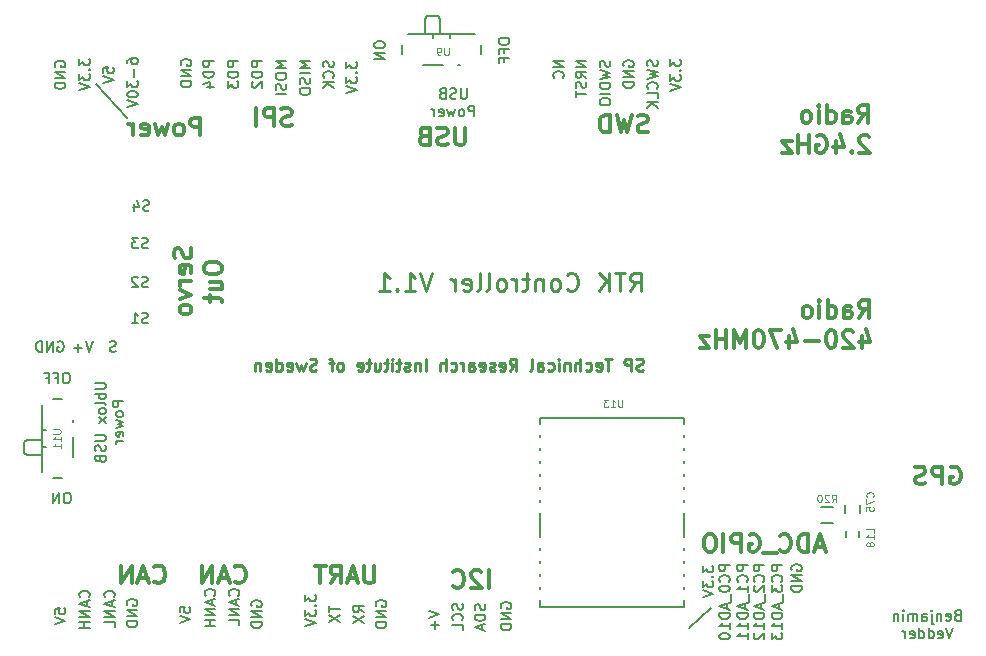
<source format=gbo>
G04 #@! TF.GenerationSoftware,KiCad,Pcbnew,no-vcs-found*
G04 #@! TF.CreationDate,2016-12-22T15:04:26+01:00*
G04 #@! TF.ProjectId,RCCAR_IF_Board_GPS,52434341525F49465F426F6172645F47,rev?*
G04 #@! TF.FileFunction,Legend,Bot*
G04 #@! TF.FilePolarity,Positive*
%FSLAX46Y46*%
G04 Gerber Fmt 4.6, Leading zero omitted, Abs format (unit mm)*
G04 Created by KiCad (PCBNEW no-vcs-found) date Thu Dec 22 15:04:26 2016*
%MOMM*%
%LPD*%
G01*
G04 APERTURE LIST*
%ADD10C,0.100000*%
%ADD11C,0.200000*%
%ADD12C,0.300000*%
%ADD13C,0.152400*%
%ADD14C,0.228600*%
%ADD15C,0.279400*%
%ADD16C,0.150000*%
%ADD17C,0.101600*%
%ADD18C,6.101600*%
%ADD19R,1.300480X1.800860*%
%ADD20O,1.300480X1.800860*%
%ADD21R,1.828800X2.133600*%
%ADD22O,1.828800X2.133600*%
%ADD23R,0.601600X1.001600*%
%ADD24C,2.601600*%
%ADD25R,0.851600X0.901600*%
%ADD26R,0.701600X0.501600*%
%ADD27C,1.000760*%
%ADD28R,1.101600X0.901600*%
%ADD29R,0.801600X1.601600*%
%ADD30C,1.001600*%
%ADD31R,0.901600X1.101600*%
%ADD32R,1.601600X0.801600*%
%ADD33R,2.101600X0.901600*%
G04 APERTURE END LIST*
D10*
D11*
X160020000Y-121920000D02*
X158115000Y-123571000D01*
D12*
X180272142Y-109994000D02*
X180415000Y-109922571D01*
X180629285Y-109922571D01*
X180843571Y-109994000D01*
X180986428Y-110136857D01*
X181057857Y-110279714D01*
X181129285Y-110565428D01*
X181129285Y-110779714D01*
X181057857Y-111065428D01*
X180986428Y-111208285D01*
X180843571Y-111351142D01*
X180629285Y-111422571D01*
X180486428Y-111422571D01*
X180272142Y-111351142D01*
X180200714Y-111279714D01*
X180200714Y-110779714D01*
X180486428Y-110779714D01*
X179557857Y-111422571D02*
X179557857Y-109922571D01*
X178986428Y-109922571D01*
X178843571Y-109994000D01*
X178772142Y-110065428D01*
X178700714Y-110208285D01*
X178700714Y-110422571D01*
X178772142Y-110565428D01*
X178843571Y-110636857D01*
X178986428Y-110708285D01*
X179557857Y-110708285D01*
X178129285Y-111351142D02*
X177915000Y-111422571D01*
X177557857Y-111422571D01*
X177415000Y-111351142D01*
X177343571Y-111279714D01*
X177272142Y-111136857D01*
X177272142Y-110994000D01*
X177343571Y-110851142D01*
X177415000Y-110779714D01*
X177557857Y-110708285D01*
X177843571Y-110636857D01*
X177986428Y-110565428D01*
X178057857Y-110494000D01*
X178129285Y-110351142D01*
X178129285Y-110208285D01*
X178057857Y-110065428D01*
X177986428Y-109994000D01*
X177843571Y-109922571D01*
X177486428Y-109922571D01*
X177272142Y-109994000D01*
D13*
X105494666Y-102002166D02*
X105325333Y-102002166D01*
X105240666Y-102044500D01*
X105156000Y-102129166D01*
X105113666Y-102298500D01*
X105113666Y-102594833D01*
X105156000Y-102764166D01*
X105240666Y-102848833D01*
X105325333Y-102891166D01*
X105494666Y-102891166D01*
X105579333Y-102848833D01*
X105664000Y-102764166D01*
X105706333Y-102594833D01*
X105706333Y-102298500D01*
X105664000Y-102129166D01*
X105579333Y-102044500D01*
X105494666Y-102002166D01*
X104436333Y-102425500D02*
X104732666Y-102425500D01*
X104732666Y-102891166D02*
X104732666Y-102002166D01*
X104309333Y-102002166D01*
X103674333Y-102425500D02*
X103970666Y-102425500D01*
X103970666Y-102891166D02*
X103970666Y-102002166D01*
X103547333Y-102002166D01*
X107863216Y-102848833D02*
X108582883Y-102848833D01*
X108667550Y-102891166D01*
X108709883Y-102933500D01*
X108752216Y-103018166D01*
X108752216Y-103187500D01*
X108709883Y-103272166D01*
X108667550Y-103314500D01*
X108582883Y-103356833D01*
X107863216Y-103356833D01*
X108752216Y-103780166D02*
X107863216Y-103780166D01*
X108201883Y-103780166D02*
X108159550Y-103864833D01*
X108159550Y-104034166D01*
X108201883Y-104118833D01*
X108244216Y-104161166D01*
X108328883Y-104203500D01*
X108582883Y-104203500D01*
X108667550Y-104161166D01*
X108709883Y-104118833D01*
X108752216Y-104034166D01*
X108752216Y-103864833D01*
X108709883Y-103780166D01*
X108752216Y-104711500D02*
X108709883Y-104626833D01*
X108625216Y-104584500D01*
X107863216Y-104584500D01*
X108752216Y-105177166D02*
X108709883Y-105092500D01*
X108667550Y-105050166D01*
X108582883Y-105007833D01*
X108328883Y-105007833D01*
X108244216Y-105050166D01*
X108201883Y-105092500D01*
X108159550Y-105177166D01*
X108159550Y-105304166D01*
X108201883Y-105388833D01*
X108244216Y-105431166D01*
X108328883Y-105473500D01*
X108582883Y-105473500D01*
X108667550Y-105431166D01*
X108709883Y-105388833D01*
X108752216Y-105304166D01*
X108752216Y-105177166D01*
X108752216Y-105769833D02*
X108159550Y-106235500D01*
X108159550Y-105769833D02*
X108752216Y-106235500D01*
X107863216Y-107251500D02*
X108582883Y-107251500D01*
X108667550Y-107293833D01*
X108709883Y-107336166D01*
X108752216Y-107420833D01*
X108752216Y-107590166D01*
X108709883Y-107674833D01*
X108667550Y-107717166D01*
X108582883Y-107759500D01*
X107863216Y-107759500D01*
X108709883Y-108140500D02*
X108752216Y-108267500D01*
X108752216Y-108479166D01*
X108709883Y-108563833D01*
X108667550Y-108606166D01*
X108582883Y-108648500D01*
X108498216Y-108648500D01*
X108413550Y-108606166D01*
X108371216Y-108563833D01*
X108328883Y-108479166D01*
X108286550Y-108309833D01*
X108244216Y-108225166D01*
X108201883Y-108182833D01*
X108117216Y-108140500D01*
X108032550Y-108140500D01*
X107947883Y-108182833D01*
X107905550Y-108225166D01*
X107863216Y-108309833D01*
X107863216Y-108521500D01*
X107905550Y-108648500D01*
X108286550Y-109325833D02*
X108328883Y-109452833D01*
X108371216Y-109495166D01*
X108455883Y-109537500D01*
X108582883Y-109537500D01*
X108667550Y-109495166D01*
X108709883Y-109452833D01*
X108752216Y-109368166D01*
X108752216Y-109029500D01*
X107863216Y-109029500D01*
X107863216Y-109325833D01*
X107905550Y-109410500D01*
X107947883Y-109452833D01*
X108032550Y-109495166D01*
X108117216Y-109495166D01*
X108201883Y-109452833D01*
X108244216Y-109410500D01*
X108286550Y-109325833D01*
X108286550Y-109029500D01*
X110238116Y-104415166D02*
X109349116Y-104415166D01*
X109349116Y-104753833D01*
X109391450Y-104838500D01*
X109433783Y-104880833D01*
X109518450Y-104923166D01*
X109645450Y-104923166D01*
X109730116Y-104880833D01*
X109772450Y-104838500D01*
X109814783Y-104753833D01*
X109814783Y-104415166D01*
X110238116Y-105431166D02*
X110195783Y-105346500D01*
X110153450Y-105304166D01*
X110068783Y-105261833D01*
X109814783Y-105261833D01*
X109730116Y-105304166D01*
X109687783Y-105346500D01*
X109645450Y-105431166D01*
X109645450Y-105558166D01*
X109687783Y-105642833D01*
X109730116Y-105685166D01*
X109814783Y-105727500D01*
X110068783Y-105727500D01*
X110153450Y-105685166D01*
X110195783Y-105642833D01*
X110238116Y-105558166D01*
X110238116Y-105431166D01*
X109645450Y-106023833D02*
X110238116Y-106193166D01*
X109814783Y-106362500D01*
X110238116Y-106531833D01*
X109645450Y-106701166D01*
X110195783Y-107378500D02*
X110238116Y-107293833D01*
X110238116Y-107124500D01*
X110195783Y-107039833D01*
X110111116Y-106997500D01*
X109772450Y-106997500D01*
X109687783Y-107039833D01*
X109645450Y-107124500D01*
X109645450Y-107293833D01*
X109687783Y-107378500D01*
X109772450Y-107420833D01*
X109857116Y-107420833D01*
X109941783Y-106997500D01*
X110238116Y-107801833D02*
X109645450Y-107801833D01*
X109814783Y-107801833D02*
X109730116Y-107844166D01*
X109687783Y-107886500D01*
X109645450Y-107971166D01*
X109645450Y-108055833D01*
X105579333Y-112162166D02*
X105410000Y-112162166D01*
X105325333Y-112204500D01*
X105240666Y-112289166D01*
X105198333Y-112458500D01*
X105198333Y-112754833D01*
X105240666Y-112924166D01*
X105325333Y-113008833D01*
X105410000Y-113051166D01*
X105579333Y-113051166D01*
X105664000Y-113008833D01*
X105748666Y-112924166D01*
X105791000Y-112754833D01*
X105791000Y-112458500D01*
X105748666Y-112289166D01*
X105664000Y-112204500D01*
X105579333Y-112162166D01*
X104817333Y-113051166D02*
X104817333Y-112162166D01*
X104309333Y-113051166D01*
X104309333Y-112162166D01*
X131466166Y-74125666D02*
X131466166Y-74295000D01*
X131508500Y-74379666D01*
X131593166Y-74464333D01*
X131762500Y-74506666D01*
X132058833Y-74506666D01*
X132228166Y-74464333D01*
X132312833Y-74379666D01*
X132355166Y-74295000D01*
X132355166Y-74125666D01*
X132312833Y-74041000D01*
X132228166Y-73956333D01*
X132058833Y-73914000D01*
X131762500Y-73914000D01*
X131593166Y-73956333D01*
X131508500Y-74041000D01*
X131466166Y-74125666D01*
X132355166Y-74887666D02*
X131466166Y-74887666D01*
X132355166Y-75395666D01*
X131466166Y-75395666D01*
X142007166Y-73829333D02*
X142007166Y-73998666D01*
X142049500Y-74083333D01*
X142134166Y-74168000D01*
X142303500Y-74210333D01*
X142599833Y-74210333D01*
X142769166Y-74168000D01*
X142853833Y-74083333D01*
X142896166Y-73998666D01*
X142896166Y-73829333D01*
X142853833Y-73744666D01*
X142769166Y-73660000D01*
X142599833Y-73617666D01*
X142303500Y-73617666D01*
X142134166Y-73660000D01*
X142049500Y-73744666D01*
X142007166Y-73829333D01*
X142430500Y-74887666D02*
X142430500Y-74591333D01*
X142896166Y-74591333D02*
X142007166Y-74591333D01*
X142007166Y-75014666D01*
X142430500Y-75649666D02*
X142430500Y-75353333D01*
X142896166Y-75353333D02*
X142007166Y-75353333D01*
X142007166Y-75776666D01*
X139297833Y-77891216D02*
X139297833Y-78610883D01*
X139255500Y-78695550D01*
X139213166Y-78737883D01*
X139128500Y-78780216D01*
X138959166Y-78780216D01*
X138874500Y-78737883D01*
X138832166Y-78695550D01*
X138789833Y-78610883D01*
X138789833Y-77891216D01*
X138408833Y-78737883D02*
X138281833Y-78780216D01*
X138070166Y-78780216D01*
X137985500Y-78737883D01*
X137943166Y-78695550D01*
X137900833Y-78610883D01*
X137900833Y-78526216D01*
X137943166Y-78441550D01*
X137985500Y-78399216D01*
X138070166Y-78356883D01*
X138239500Y-78314550D01*
X138324166Y-78272216D01*
X138366500Y-78229883D01*
X138408833Y-78145216D01*
X138408833Y-78060550D01*
X138366500Y-77975883D01*
X138324166Y-77933550D01*
X138239500Y-77891216D01*
X138027833Y-77891216D01*
X137900833Y-77933550D01*
X137223500Y-78314550D02*
X137096500Y-78356883D01*
X137054166Y-78399216D01*
X137011833Y-78483883D01*
X137011833Y-78610883D01*
X137054166Y-78695550D01*
X137096500Y-78737883D01*
X137181166Y-78780216D01*
X137519833Y-78780216D01*
X137519833Y-77891216D01*
X137223500Y-77891216D01*
X137138833Y-77933550D01*
X137096500Y-77975883D01*
X137054166Y-78060550D01*
X137054166Y-78145216D01*
X137096500Y-78229883D01*
X137138833Y-78272216D01*
X137223500Y-78314550D01*
X137519833Y-78314550D01*
X139932833Y-80266116D02*
X139932833Y-79377116D01*
X139594166Y-79377116D01*
X139509500Y-79419450D01*
X139467166Y-79461783D01*
X139424833Y-79546450D01*
X139424833Y-79673450D01*
X139467166Y-79758116D01*
X139509500Y-79800450D01*
X139594166Y-79842783D01*
X139932833Y-79842783D01*
X138916833Y-80266116D02*
X139001500Y-80223783D01*
X139043833Y-80181450D01*
X139086166Y-80096783D01*
X139086166Y-79842783D01*
X139043833Y-79758116D01*
X139001500Y-79715783D01*
X138916833Y-79673450D01*
X138789833Y-79673450D01*
X138705166Y-79715783D01*
X138662833Y-79758116D01*
X138620500Y-79842783D01*
X138620500Y-80096783D01*
X138662833Y-80181450D01*
X138705166Y-80223783D01*
X138789833Y-80266116D01*
X138916833Y-80266116D01*
X138324166Y-79673450D02*
X138154833Y-80266116D01*
X137985500Y-79842783D01*
X137816166Y-80266116D01*
X137646833Y-79673450D01*
X136969500Y-80223783D02*
X137054166Y-80266116D01*
X137223500Y-80266116D01*
X137308166Y-80223783D01*
X137350500Y-80139116D01*
X137350500Y-79800450D01*
X137308166Y-79715783D01*
X137223500Y-79673450D01*
X137054166Y-79673450D01*
X136969500Y-79715783D01*
X136927166Y-79800450D01*
X136927166Y-79885116D01*
X137350500Y-79969783D01*
X136546166Y-80266116D02*
X136546166Y-79673450D01*
X136546166Y-79842783D02*
X136503833Y-79758116D01*
X136461500Y-79715783D01*
X136376833Y-79673450D01*
X136292166Y-79673450D01*
X112310333Y-91418833D02*
X112183333Y-91461166D01*
X111971666Y-91461166D01*
X111887000Y-91418833D01*
X111844666Y-91376500D01*
X111802333Y-91291833D01*
X111802333Y-91207166D01*
X111844666Y-91122500D01*
X111887000Y-91080166D01*
X111971666Y-91037833D01*
X112141000Y-90995500D01*
X112225666Y-90953166D01*
X112268000Y-90910833D01*
X112310333Y-90826166D01*
X112310333Y-90741500D01*
X112268000Y-90656833D01*
X112225666Y-90614500D01*
X112141000Y-90572166D01*
X111929333Y-90572166D01*
X111802333Y-90614500D01*
X111506000Y-90572166D02*
X110955666Y-90572166D01*
X111252000Y-90910833D01*
X111125000Y-90910833D01*
X111040333Y-90953166D01*
X110998000Y-90995500D01*
X110955666Y-91080166D01*
X110955666Y-91291833D01*
X110998000Y-91376500D01*
X111040333Y-91418833D01*
X111125000Y-91461166D01*
X111379000Y-91461166D01*
X111463666Y-91418833D01*
X111506000Y-91376500D01*
X112437333Y-88243833D02*
X112310333Y-88286166D01*
X112098666Y-88286166D01*
X112014000Y-88243833D01*
X111971666Y-88201500D01*
X111929333Y-88116833D01*
X111929333Y-88032166D01*
X111971666Y-87947500D01*
X112014000Y-87905166D01*
X112098666Y-87862833D01*
X112268000Y-87820500D01*
X112352666Y-87778166D01*
X112395000Y-87735833D01*
X112437333Y-87651166D01*
X112437333Y-87566500D01*
X112395000Y-87481833D01*
X112352666Y-87439500D01*
X112268000Y-87397166D01*
X112056333Y-87397166D01*
X111929333Y-87439500D01*
X111167333Y-87693500D02*
X111167333Y-88286166D01*
X111379000Y-87354833D02*
X111590666Y-87989833D01*
X111040333Y-87989833D01*
X112310333Y-94720833D02*
X112183333Y-94763166D01*
X111971666Y-94763166D01*
X111887000Y-94720833D01*
X111844666Y-94678500D01*
X111802333Y-94593833D01*
X111802333Y-94509166D01*
X111844666Y-94424500D01*
X111887000Y-94382166D01*
X111971666Y-94339833D01*
X112141000Y-94297500D01*
X112225666Y-94255166D01*
X112268000Y-94212833D01*
X112310333Y-94128166D01*
X112310333Y-94043500D01*
X112268000Y-93958833D01*
X112225666Y-93916500D01*
X112141000Y-93874166D01*
X111929333Y-93874166D01*
X111802333Y-93916500D01*
X111463666Y-93958833D02*
X111421333Y-93916500D01*
X111336666Y-93874166D01*
X111125000Y-93874166D01*
X111040333Y-93916500D01*
X110998000Y-93958833D01*
X110955666Y-94043500D01*
X110955666Y-94128166D01*
X110998000Y-94255166D01*
X111506000Y-94763166D01*
X110955666Y-94763166D01*
X112310333Y-97768833D02*
X112183333Y-97811166D01*
X111971666Y-97811166D01*
X111887000Y-97768833D01*
X111844666Y-97726500D01*
X111802333Y-97641833D01*
X111802333Y-97557166D01*
X111844666Y-97472500D01*
X111887000Y-97430166D01*
X111971666Y-97387833D01*
X112141000Y-97345500D01*
X112225666Y-97303166D01*
X112268000Y-97260833D01*
X112310333Y-97176166D01*
X112310333Y-97091500D01*
X112268000Y-97006833D01*
X112225666Y-96964500D01*
X112141000Y-96922166D01*
X111929333Y-96922166D01*
X111802333Y-96964500D01*
X110955666Y-97811166D02*
X111463666Y-97811166D01*
X111209666Y-97811166D02*
X111209666Y-96922166D01*
X111294333Y-97049166D01*
X111379000Y-97133833D01*
X111463666Y-97176166D01*
D12*
X115918142Y-91448285D02*
X115989571Y-91662571D01*
X115989571Y-92019714D01*
X115918142Y-92162571D01*
X115846714Y-92234000D01*
X115703857Y-92305428D01*
X115561000Y-92305428D01*
X115418142Y-92234000D01*
X115346714Y-92162571D01*
X115275285Y-92019714D01*
X115203857Y-91734000D01*
X115132428Y-91591142D01*
X115061000Y-91519714D01*
X114918142Y-91448285D01*
X114775285Y-91448285D01*
X114632428Y-91519714D01*
X114561000Y-91591142D01*
X114489571Y-91734000D01*
X114489571Y-92091142D01*
X114561000Y-92305428D01*
X115918142Y-93519714D02*
X115989571Y-93376857D01*
X115989571Y-93091142D01*
X115918142Y-92948285D01*
X115775285Y-92876857D01*
X115203857Y-92876857D01*
X115061000Y-92948285D01*
X114989571Y-93091142D01*
X114989571Y-93376857D01*
X115061000Y-93519714D01*
X115203857Y-93591142D01*
X115346714Y-93591142D01*
X115489571Y-92876857D01*
X115989571Y-94234000D02*
X114989571Y-94234000D01*
X115275285Y-94234000D02*
X115132428Y-94305428D01*
X115061000Y-94376857D01*
X114989571Y-94519714D01*
X114989571Y-94662571D01*
X114989571Y-95019714D02*
X115989571Y-95376857D01*
X114989571Y-95734000D01*
X115989571Y-96519714D02*
X115918142Y-96376857D01*
X115846714Y-96305428D01*
X115703857Y-96234000D01*
X115275285Y-96234000D01*
X115132428Y-96305428D01*
X115061000Y-96376857D01*
X114989571Y-96519714D01*
X114989571Y-96734000D01*
X115061000Y-96876857D01*
X115132428Y-96948285D01*
X115275285Y-97019714D01*
X115703857Y-97019714D01*
X115846714Y-96948285D01*
X115918142Y-96876857D01*
X115989571Y-96734000D01*
X115989571Y-96519714D01*
X117039571Y-92984000D02*
X117039571Y-93269714D01*
X117111000Y-93412571D01*
X117253857Y-93555428D01*
X117539571Y-93626857D01*
X118039571Y-93626857D01*
X118325285Y-93555428D01*
X118468142Y-93412571D01*
X118539571Y-93269714D01*
X118539571Y-92984000D01*
X118468142Y-92841142D01*
X118325285Y-92698285D01*
X118039571Y-92626857D01*
X117539571Y-92626857D01*
X117253857Y-92698285D01*
X117111000Y-92841142D01*
X117039571Y-92984000D01*
X117539571Y-94912571D02*
X118539571Y-94912571D01*
X117539571Y-94269714D02*
X118325285Y-94269714D01*
X118468142Y-94341142D01*
X118539571Y-94484000D01*
X118539571Y-94698285D01*
X118468142Y-94841142D01*
X118396714Y-94912571D01*
X117539571Y-95412571D02*
X117539571Y-95984000D01*
X117039571Y-95626857D02*
X118325285Y-95626857D01*
X118468142Y-95698285D01*
X118539571Y-95841142D01*
X118539571Y-95984000D01*
D13*
X109601000Y-100181833D02*
X109474000Y-100224166D01*
X109262333Y-100224166D01*
X109177666Y-100181833D01*
X109135333Y-100139500D01*
X109093000Y-100054833D01*
X109093000Y-99970166D01*
X109135333Y-99885500D01*
X109177666Y-99843166D01*
X109262333Y-99800833D01*
X109431666Y-99758500D01*
X109516333Y-99716166D01*
X109558666Y-99673833D01*
X109601000Y-99589166D01*
X109601000Y-99504500D01*
X109558666Y-99419833D01*
X109516333Y-99377500D01*
X109431666Y-99335166D01*
X109220000Y-99335166D01*
X109093000Y-99377500D01*
X107653666Y-99335166D02*
X107357333Y-100224166D01*
X107061000Y-99335166D01*
X106764666Y-99885500D02*
X106087333Y-99885500D01*
X106426000Y-100224166D02*
X106426000Y-99546833D01*
X104690333Y-99377500D02*
X104775000Y-99335166D01*
X104902000Y-99335166D01*
X105029000Y-99377500D01*
X105113666Y-99462166D01*
X105156000Y-99546833D01*
X105198333Y-99716166D01*
X105198333Y-99843166D01*
X105156000Y-100012500D01*
X105113666Y-100097166D01*
X105029000Y-100181833D01*
X104902000Y-100224166D01*
X104817333Y-100224166D01*
X104690333Y-100181833D01*
X104648000Y-100139500D01*
X104648000Y-99843166D01*
X104817333Y-99843166D01*
X104267000Y-100224166D02*
X104267000Y-99335166D01*
X103759000Y-100224166D01*
X103759000Y-99335166D01*
X103335666Y-100224166D02*
X103335666Y-99335166D01*
X103124000Y-99335166D01*
X102997000Y-99377500D01*
X102912333Y-99462166D01*
X102870000Y-99546833D01*
X102827666Y-99716166D01*
X102827666Y-99843166D01*
X102870000Y-100012500D01*
X102912333Y-100097166D01*
X102997000Y-100181833D01*
X103124000Y-100224166D01*
X103335666Y-100224166D01*
D14*
X154244523Y-101757238D02*
X154099380Y-101805619D01*
X153857476Y-101805619D01*
X153760714Y-101757238D01*
X153712333Y-101708857D01*
X153663952Y-101612095D01*
X153663952Y-101515333D01*
X153712333Y-101418571D01*
X153760714Y-101370190D01*
X153857476Y-101321809D01*
X154051000Y-101273428D01*
X154147761Y-101225047D01*
X154196142Y-101176666D01*
X154244523Y-101079904D01*
X154244523Y-100983142D01*
X154196142Y-100886380D01*
X154147761Y-100838000D01*
X154051000Y-100789619D01*
X153809095Y-100789619D01*
X153663952Y-100838000D01*
X153228523Y-101805619D02*
X153228523Y-100789619D01*
X152841476Y-100789619D01*
X152744714Y-100838000D01*
X152696333Y-100886380D01*
X152647952Y-100983142D01*
X152647952Y-101128285D01*
X152696333Y-101225047D01*
X152744714Y-101273428D01*
X152841476Y-101321809D01*
X153228523Y-101321809D01*
X151583571Y-100789619D02*
X151003000Y-100789619D01*
X151293285Y-101805619D02*
X151293285Y-100789619D01*
X150277285Y-101757238D02*
X150374047Y-101805619D01*
X150567571Y-101805619D01*
X150664333Y-101757238D01*
X150712714Y-101660476D01*
X150712714Y-101273428D01*
X150664333Y-101176666D01*
X150567571Y-101128285D01*
X150374047Y-101128285D01*
X150277285Y-101176666D01*
X150228904Y-101273428D01*
X150228904Y-101370190D01*
X150712714Y-101466952D01*
X149358047Y-101757238D02*
X149454809Y-101805619D01*
X149648333Y-101805619D01*
X149745095Y-101757238D01*
X149793476Y-101708857D01*
X149841857Y-101612095D01*
X149841857Y-101321809D01*
X149793476Y-101225047D01*
X149745095Y-101176666D01*
X149648333Y-101128285D01*
X149454809Y-101128285D01*
X149358047Y-101176666D01*
X148922619Y-101805619D02*
X148922619Y-100789619D01*
X148487190Y-101805619D02*
X148487190Y-101273428D01*
X148535571Y-101176666D01*
X148632333Y-101128285D01*
X148777476Y-101128285D01*
X148874238Y-101176666D01*
X148922619Y-101225047D01*
X148003380Y-101128285D02*
X148003380Y-101805619D01*
X148003380Y-101225047D02*
X147955000Y-101176666D01*
X147858238Y-101128285D01*
X147713095Y-101128285D01*
X147616333Y-101176666D01*
X147567952Y-101273428D01*
X147567952Y-101805619D01*
X147084142Y-101805619D02*
X147084142Y-101128285D01*
X147084142Y-100789619D02*
X147132523Y-100838000D01*
X147084142Y-100886380D01*
X147035761Y-100838000D01*
X147084142Y-100789619D01*
X147084142Y-100886380D01*
X146164904Y-101757238D02*
X146261666Y-101805619D01*
X146455190Y-101805619D01*
X146551952Y-101757238D01*
X146600333Y-101708857D01*
X146648714Y-101612095D01*
X146648714Y-101321809D01*
X146600333Y-101225047D01*
X146551952Y-101176666D01*
X146455190Y-101128285D01*
X146261666Y-101128285D01*
X146164904Y-101176666D01*
X145294047Y-101805619D02*
X145294047Y-101273428D01*
X145342428Y-101176666D01*
X145439190Y-101128285D01*
X145632714Y-101128285D01*
X145729476Y-101176666D01*
X145294047Y-101757238D02*
X145390809Y-101805619D01*
X145632714Y-101805619D01*
X145729476Y-101757238D01*
X145777857Y-101660476D01*
X145777857Y-101563714D01*
X145729476Y-101466952D01*
X145632714Y-101418571D01*
X145390809Y-101418571D01*
X145294047Y-101370190D01*
X144665095Y-101805619D02*
X144761857Y-101757238D01*
X144810238Y-101660476D01*
X144810238Y-100789619D01*
X142923380Y-101805619D02*
X143262047Y-101321809D01*
X143503952Y-101805619D02*
X143503952Y-100789619D01*
X143116904Y-100789619D01*
X143020142Y-100838000D01*
X142971761Y-100886380D01*
X142923380Y-100983142D01*
X142923380Y-101128285D01*
X142971761Y-101225047D01*
X143020142Y-101273428D01*
X143116904Y-101321809D01*
X143503952Y-101321809D01*
X142100904Y-101757238D02*
X142197666Y-101805619D01*
X142391190Y-101805619D01*
X142487952Y-101757238D01*
X142536333Y-101660476D01*
X142536333Y-101273428D01*
X142487952Y-101176666D01*
X142391190Y-101128285D01*
X142197666Y-101128285D01*
X142100904Y-101176666D01*
X142052523Y-101273428D01*
X142052523Y-101370190D01*
X142536333Y-101466952D01*
X141665476Y-101757238D02*
X141568714Y-101805619D01*
X141375190Y-101805619D01*
X141278428Y-101757238D01*
X141230047Y-101660476D01*
X141230047Y-101612095D01*
X141278428Y-101515333D01*
X141375190Y-101466952D01*
X141520333Y-101466952D01*
X141617095Y-101418571D01*
X141665476Y-101321809D01*
X141665476Y-101273428D01*
X141617095Y-101176666D01*
X141520333Y-101128285D01*
X141375190Y-101128285D01*
X141278428Y-101176666D01*
X140407571Y-101757238D02*
X140504333Y-101805619D01*
X140697857Y-101805619D01*
X140794619Y-101757238D01*
X140843000Y-101660476D01*
X140843000Y-101273428D01*
X140794619Y-101176666D01*
X140697857Y-101128285D01*
X140504333Y-101128285D01*
X140407571Y-101176666D01*
X140359190Y-101273428D01*
X140359190Y-101370190D01*
X140843000Y-101466952D01*
X139488333Y-101805619D02*
X139488333Y-101273428D01*
X139536714Y-101176666D01*
X139633476Y-101128285D01*
X139827000Y-101128285D01*
X139923761Y-101176666D01*
X139488333Y-101757238D02*
X139585095Y-101805619D01*
X139827000Y-101805619D01*
X139923761Y-101757238D01*
X139972142Y-101660476D01*
X139972142Y-101563714D01*
X139923761Y-101466952D01*
X139827000Y-101418571D01*
X139585095Y-101418571D01*
X139488333Y-101370190D01*
X139004523Y-101805619D02*
X139004523Y-101128285D01*
X139004523Y-101321809D02*
X138956142Y-101225047D01*
X138907761Y-101176666D01*
X138811000Y-101128285D01*
X138714238Y-101128285D01*
X137940142Y-101757238D02*
X138036904Y-101805619D01*
X138230428Y-101805619D01*
X138327190Y-101757238D01*
X138375571Y-101708857D01*
X138423952Y-101612095D01*
X138423952Y-101321809D01*
X138375571Y-101225047D01*
X138327190Y-101176666D01*
X138230428Y-101128285D01*
X138036904Y-101128285D01*
X137940142Y-101176666D01*
X137504714Y-101805619D02*
X137504714Y-100789619D01*
X137069285Y-101805619D02*
X137069285Y-101273428D01*
X137117666Y-101176666D01*
X137214428Y-101128285D01*
X137359571Y-101128285D01*
X137456333Y-101176666D01*
X137504714Y-101225047D01*
X135811380Y-101805619D02*
X135811380Y-100789619D01*
X135327571Y-101128285D02*
X135327571Y-101805619D01*
X135327571Y-101225047D02*
X135279190Y-101176666D01*
X135182428Y-101128285D01*
X135037285Y-101128285D01*
X134940523Y-101176666D01*
X134892142Y-101273428D01*
X134892142Y-101805619D01*
X134456714Y-101757238D02*
X134359952Y-101805619D01*
X134166428Y-101805619D01*
X134069666Y-101757238D01*
X134021285Y-101660476D01*
X134021285Y-101612095D01*
X134069666Y-101515333D01*
X134166428Y-101466952D01*
X134311571Y-101466952D01*
X134408333Y-101418571D01*
X134456714Y-101321809D01*
X134456714Y-101273428D01*
X134408333Y-101176666D01*
X134311571Y-101128285D01*
X134166428Y-101128285D01*
X134069666Y-101176666D01*
X133731000Y-101128285D02*
X133343952Y-101128285D01*
X133585857Y-100789619D02*
X133585857Y-101660476D01*
X133537476Y-101757238D01*
X133440714Y-101805619D01*
X133343952Y-101805619D01*
X133005285Y-101805619D02*
X133005285Y-101128285D01*
X133005285Y-100789619D02*
X133053666Y-100838000D01*
X133005285Y-100886380D01*
X132956904Y-100838000D01*
X133005285Y-100789619D01*
X133005285Y-100886380D01*
X132666619Y-101128285D02*
X132279571Y-101128285D01*
X132521476Y-100789619D02*
X132521476Y-101660476D01*
X132473095Y-101757238D01*
X132376333Y-101805619D01*
X132279571Y-101805619D01*
X131505476Y-101128285D02*
X131505476Y-101805619D01*
X131940904Y-101128285D02*
X131940904Y-101660476D01*
X131892523Y-101757238D01*
X131795761Y-101805619D01*
X131650619Y-101805619D01*
X131553857Y-101757238D01*
X131505476Y-101708857D01*
X131166809Y-101128285D02*
X130779761Y-101128285D01*
X131021666Y-100789619D02*
X131021666Y-101660476D01*
X130973285Y-101757238D01*
X130876523Y-101805619D01*
X130779761Y-101805619D01*
X130054047Y-101757238D02*
X130150809Y-101805619D01*
X130344333Y-101805619D01*
X130441095Y-101757238D01*
X130489476Y-101660476D01*
X130489476Y-101273428D01*
X130441095Y-101176666D01*
X130344333Y-101128285D01*
X130150809Y-101128285D01*
X130054047Y-101176666D01*
X130005666Y-101273428D01*
X130005666Y-101370190D01*
X130489476Y-101466952D01*
X128651000Y-101805619D02*
X128747761Y-101757238D01*
X128796142Y-101708857D01*
X128844523Y-101612095D01*
X128844523Y-101321809D01*
X128796142Y-101225047D01*
X128747761Y-101176666D01*
X128651000Y-101128285D01*
X128505857Y-101128285D01*
X128409095Y-101176666D01*
X128360714Y-101225047D01*
X128312333Y-101321809D01*
X128312333Y-101612095D01*
X128360714Y-101708857D01*
X128409095Y-101757238D01*
X128505857Y-101805619D01*
X128651000Y-101805619D01*
X128022047Y-101128285D02*
X127635000Y-101128285D01*
X127876904Y-101805619D02*
X127876904Y-100934761D01*
X127828523Y-100838000D01*
X127731761Y-100789619D01*
X127635000Y-100789619D01*
X126570619Y-101757238D02*
X126425476Y-101805619D01*
X126183571Y-101805619D01*
X126086809Y-101757238D01*
X126038428Y-101708857D01*
X125990047Y-101612095D01*
X125990047Y-101515333D01*
X126038428Y-101418571D01*
X126086809Y-101370190D01*
X126183571Y-101321809D01*
X126377095Y-101273428D01*
X126473857Y-101225047D01*
X126522238Y-101176666D01*
X126570619Y-101079904D01*
X126570619Y-100983142D01*
X126522238Y-100886380D01*
X126473857Y-100838000D01*
X126377095Y-100789619D01*
X126135190Y-100789619D01*
X125990047Y-100838000D01*
X125651380Y-101128285D02*
X125457857Y-101805619D01*
X125264333Y-101321809D01*
X125070809Y-101805619D01*
X124877285Y-101128285D01*
X124103190Y-101757238D02*
X124199952Y-101805619D01*
X124393476Y-101805619D01*
X124490238Y-101757238D01*
X124538619Y-101660476D01*
X124538619Y-101273428D01*
X124490238Y-101176666D01*
X124393476Y-101128285D01*
X124199952Y-101128285D01*
X124103190Y-101176666D01*
X124054809Y-101273428D01*
X124054809Y-101370190D01*
X124538619Y-101466952D01*
X123183952Y-101805619D02*
X123183952Y-100789619D01*
X123183952Y-101757238D02*
X123280714Y-101805619D01*
X123474238Y-101805619D01*
X123571000Y-101757238D01*
X123619380Y-101708857D01*
X123667761Y-101612095D01*
X123667761Y-101321809D01*
X123619380Y-101225047D01*
X123571000Y-101176666D01*
X123474238Y-101128285D01*
X123280714Y-101128285D01*
X123183952Y-101176666D01*
X122313095Y-101757238D02*
X122409857Y-101805619D01*
X122603380Y-101805619D01*
X122700142Y-101757238D01*
X122748523Y-101660476D01*
X122748523Y-101273428D01*
X122700142Y-101176666D01*
X122603380Y-101128285D01*
X122409857Y-101128285D01*
X122313095Y-101176666D01*
X122264714Y-101273428D01*
X122264714Y-101370190D01*
X122748523Y-101466952D01*
X121829285Y-101128285D02*
X121829285Y-101805619D01*
X121829285Y-101225047D02*
X121780904Y-101176666D01*
X121684142Y-101128285D01*
X121539000Y-101128285D01*
X121442238Y-101176666D01*
X121393857Y-101273428D01*
X121393857Y-101805619D01*
D13*
X180848000Y-122510550D02*
X180721000Y-122552883D01*
X180678666Y-122595216D01*
X180636333Y-122679883D01*
X180636333Y-122806883D01*
X180678666Y-122891550D01*
X180721000Y-122933883D01*
X180805666Y-122976216D01*
X181144333Y-122976216D01*
X181144333Y-122087216D01*
X180848000Y-122087216D01*
X180763333Y-122129550D01*
X180721000Y-122171883D01*
X180678666Y-122256550D01*
X180678666Y-122341216D01*
X180721000Y-122425883D01*
X180763333Y-122468216D01*
X180848000Y-122510550D01*
X181144333Y-122510550D01*
X179916666Y-122933883D02*
X180001333Y-122976216D01*
X180170666Y-122976216D01*
X180255333Y-122933883D01*
X180297666Y-122849216D01*
X180297666Y-122510550D01*
X180255333Y-122425883D01*
X180170666Y-122383550D01*
X180001333Y-122383550D01*
X179916666Y-122425883D01*
X179874333Y-122510550D01*
X179874333Y-122595216D01*
X180297666Y-122679883D01*
X179493333Y-122383550D02*
X179493333Y-122976216D01*
X179493333Y-122468216D02*
X179451000Y-122425883D01*
X179366333Y-122383550D01*
X179239333Y-122383550D01*
X179154666Y-122425883D01*
X179112333Y-122510550D01*
X179112333Y-122976216D01*
X178689000Y-122383550D02*
X178689000Y-123145550D01*
X178731333Y-123230216D01*
X178816000Y-123272550D01*
X178858333Y-123272550D01*
X178689000Y-122087216D02*
X178731333Y-122129550D01*
X178689000Y-122171883D01*
X178646666Y-122129550D01*
X178689000Y-122087216D01*
X178689000Y-122171883D01*
X177884666Y-122976216D02*
X177884666Y-122510550D01*
X177927000Y-122425883D01*
X178011666Y-122383550D01*
X178181000Y-122383550D01*
X178265666Y-122425883D01*
X177884666Y-122933883D02*
X177969333Y-122976216D01*
X178181000Y-122976216D01*
X178265666Y-122933883D01*
X178308000Y-122849216D01*
X178308000Y-122764550D01*
X178265666Y-122679883D01*
X178181000Y-122637550D01*
X177969333Y-122637550D01*
X177884666Y-122595216D01*
X177461333Y-122976216D02*
X177461333Y-122383550D01*
X177461333Y-122468216D02*
X177419000Y-122425883D01*
X177334333Y-122383550D01*
X177207333Y-122383550D01*
X177122666Y-122425883D01*
X177080333Y-122510550D01*
X177080333Y-122976216D01*
X177080333Y-122510550D02*
X177038000Y-122425883D01*
X176953333Y-122383550D01*
X176826333Y-122383550D01*
X176741666Y-122425883D01*
X176699333Y-122510550D01*
X176699333Y-122976216D01*
X176276000Y-122976216D02*
X176276000Y-122383550D01*
X176276000Y-122087216D02*
X176318333Y-122129550D01*
X176276000Y-122171883D01*
X176233666Y-122129550D01*
X176276000Y-122087216D01*
X176276000Y-122171883D01*
X175852666Y-122383550D02*
X175852666Y-122976216D01*
X175852666Y-122468216D02*
X175810333Y-122425883D01*
X175725666Y-122383550D01*
X175598666Y-122383550D01*
X175514000Y-122425883D01*
X175471666Y-122510550D01*
X175471666Y-122976216D01*
X180445833Y-123573116D02*
X180149500Y-124462116D01*
X179853166Y-123573116D01*
X179218166Y-124419783D02*
X179302833Y-124462116D01*
X179472166Y-124462116D01*
X179556833Y-124419783D01*
X179599166Y-124335116D01*
X179599166Y-123996450D01*
X179556833Y-123911783D01*
X179472166Y-123869450D01*
X179302833Y-123869450D01*
X179218166Y-123911783D01*
X179175833Y-123996450D01*
X179175833Y-124081116D01*
X179599166Y-124165783D01*
X178413833Y-124462116D02*
X178413833Y-123573116D01*
X178413833Y-124419783D02*
X178498500Y-124462116D01*
X178667833Y-124462116D01*
X178752500Y-124419783D01*
X178794833Y-124377450D01*
X178837166Y-124292783D01*
X178837166Y-124038783D01*
X178794833Y-123954116D01*
X178752500Y-123911783D01*
X178667833Y-123869450D01*
X178498500Y-123869450D01*
X178413833Y-123911783D01*
X177609500Y-124462116D02*
X177609500Y-123573116D01*
X177609500Y-124419783D02*
X177694166Y-124462116D01*
X177863500Y-124462116D01*
X177948166Y-124419783D01*
X177990500Y-124377450D01*
X178032833Y-124292783D01*
X178032833Y-124038783D01*
X177990500Y-123954116D01*
X177948166Y-123911783D01*
X177863500Y-123869450D01*
X177694166Y-123869450D01*
X177609500Y-123911783D01*
X176847500Y-124419783D02*
X176932166Y-124462116D01*
X177101500Y-124462116D01*
X177186166Y-124419783D01*
X177228500Y-124335116D01*
X177228500Y-123996450D01*
X177186166Y-123911783D01*
X177101500Y-123869450D01*
X176932166Y-123869450D01*
X176847500Y-123911783D01*
X176805166Y-123996450D01*
X176805166Y-124081116D01*
X177228500Y-124165783D01*
X176424166Y-124462116D02*
X176424166Y-123869450D01*
X176424166Y-124038783D02*
X176381833Y-123954116D01*
X176339500Y-123911783D01*
X176254833Y-123869450D01*
X176170166Y-123869450D01*
D15*
X153162000Y-95050428D02*
X153670000Y-94324714D01*
X154032857Y-95050428D02*
X154032857Y-93526428D01*
X153452285Y-93526428D01*
X153307142Y-93599000D01*
X153234571Y-93671571D01*
X153162000Y-93816714D01*
X153162000Y-94034428D01*
X153234571Y-94179571D01*
X153307142Y-94252142D01*
X153452285Y-94324714D01*
X154032857Y-94324714D01*
X152726571Y-93526428D02*
X151855714Y-93526428D01*
X152291142Y-95050428D02*
X152291142Y-93526428D01*
X151347714Y-95050428D02*
X151347714Y-93526428D01*
X150476857Y-95050428D02*
X151130000Y-94179571D01*
X150476857Y-93526428D02*
X151347714Y-94397285D01*
X147791714Y-94905285D02*
X147864285Y-94977857D01*
X148082000Y-95050428D01*
X148227142Y-95050428D01*
X148444857Y-94977857D01*
X148590000Y-94832714D01*
X148662571Y-94687571D01*
X148735142Y-94397285D01*
X148735142Y-94179571D01*
X148662571Y-93889285D01*
X148590000Y-93744142D01*
X148444857Y-93599000D01*
X148227142Y-93526428D01*
X148082000Y-93526428D01*
X147864285Y-93599000D01*
X147791714Y-93671571D01*
X146920857Y-95050428D02*
X147066000Y-94977857D01*
X147138571Y-94905285D01*
X147211142Y-94760142D01*
X147211142Y-94324714D01*
X147138571Y-94179571D01*
X147066000Y-94107000D01*
X146920857Y-94034428D01*
X146703142Y-94034428D01*
X146558000Y-94107000D01*
X146485428Y-94179571D01*
X146412857Y-94324714D01*
X146412857Y-94760142D01*
X146485428Y-94905285D01*
X146558000Y-94977857D01*
X146703142Y-95050428D01*
X146920857Y-95050428D01*
X145759714Y-94034428D02*
X145759714Y-95050428D01*
X145759714Y-94179571D02*
X145687142Y-94107000D01*
X145542000Y-94034428D01*
X145324285Y-94034428D01*
X145179142Y-94107000D01*
X145106571Y-94252142D01*
X145106571Y-95050428D01*
X144598571Y-94034428D02*
X144018000Y-94034428D01*
X144380857Y-93526428D02*
X144380857Y-94832714D01*
X144308285Y-94977857D01*
X144163142Y-95050428D01*
X144018000Y-95050428D01*
X143510000Y-95050428D02*
X143510000Y-94034428D01*
X143510000Y-94324714D02*
X143437428Y-94179571D01*
X143364857Y-94107000D01*
X143219714Y-94034428D01*
X143074571Y-94034428D01*
X142348857Y-95050428D02*
X142494000Y-94977857D01*
X142566571Y-94905285D01*
X142639142Y-94760142D01*
X142639142Y-94324714D01*
X142566571Y-94179571D01*
X142494000Y-94107000D01*
X142348857Y-94034428D01*
X142131142Y-94034428D01*
X141986000Y-94107000D01*
X141913428Y-94179571D01*
X141840857Y-94324714D01*
X141840857Y-94760142D01*
X141913428Y-94905285D01*
X141986000Y-94977857D01*
X142131142Y-95050428D01*
X142348857Y-95050428D01*
X140970000Y-95050428D02*
X141115142Y-94977857D01*
X141187714Y-94832714D01*
X141187714Y-93526428D01*
X140171714Y-95050428D02*
X140316857Y-94977857D01*
X140389428Y-94832714D01*
X140389428Y-93526428D01*
X139010571Y-94977857D02*
X139155714Y-95050428D01*
X139446000Y-95050428D01*
X139591142Y-94977857D01*
X139663714Y-94832714D01*
X139663714Y-94252142D01*
X139591142Y-94107000D01*
X139446000Y-94034428D01*
X139155714Y-94034428D01*
X139010571Y-94107000D01*
X138938000Y-94252142D01*
X138938000Y-94397285D01*
X139663714Y-94542428D01*
X138284857Y-95050428D02*
X138284857Y-94034428D01*
X138284857Y-94324714D02*
X138212285Y-94179571D01*
X138139714Y-94107000D01*
X137994571Y-94034428D01*
X137849428Y-94034428D01*
X136398000Y-93526428D02*
X135890000Y-95050428D01*
X135382000Y-93526428D01*
X134075714Y-95050428D02*
X134946571Y-95050428D01*
X134511142Y-95050428D02*
X134511142Y-93526428D01*
X134656285Y-93744142D01*
X134801428Y-93889285D01*
X134946571Y-93961857D01*
X133422571Y-94905285D02*
X133350000Y-94977857D01*
X133422571Y-95050428D01*
X133495142Y-94977857D01*
X133422571Y-94905285D01*
X133422571Y-95050428D01*
X131898571Y-95050428D02*
X132769428Y-95050428D01*
X132334000Y-95050428D02*
X132334000Y-93526428D01*
X132479142Y-93744142D01*
X132624285Y-93889285D01*
X132769428Y-93961857D01*
D12*
X172453714Y-80810571D02*
X172953714Y-80096285D01*
X173310857Y-80810571D02*
X173310857Y-79310571D01*
X172739428Y-79310571D01*
X172596571Y-79382000D01*
X172525142Y-79453428D01*
X172453714Y-79596285D01*
X172453714Y-79810571D01*
X172525142Y-79953428D01*
X172596571Y-80024857D01*
X172739428Y-80096285D01*
X173310857Y-80096285D01*
X171168000Y-80810571D02*
X171168000Y-80024857D01*
X171239428Y-79882000D01*
X171382285Y-79810571D01*
X171668000Y-79810571D01*
X171810857Y-79882000D01*
X171168000Y-80739142D02*
X171310857Y-80810571D01*
X171668000Y-80810571D01*
X171810857Y-80739142D01*
X171882285Y-80596285D01*
X171882285Y-80453428D01*
X171810857Y-80310571D01*
X171668000Y-80239142D01*
X171310857Y-80239142D01*
X171168000Y-80167714D01*
X169810857Y-80810571D02*
X169810857Y-79310571D01*
X169810857Y-80739142D02*
X169953714Y-80810571D01*
X170239428Y-80810571D01*
X170382285Y-80739142D01*
X170453714Y-80667714D01*
X170525142Y-80524857D01*
X170525142Y-80096285D01*
X170453714Y-79953428D01*
X170382285Y-79882000D01*
X170239428Y-79810571D01*
X169953714Y-79810571D01*
X169810857Y-79882000D01*
X169096571Y-80810571D02*
X169096571Y-79810571D01*
X169096571Y-79310571D02*
X169168000Y-79382000D01*
X169096571Y-79453428D01*
X169025142Y-79382000D01*
X169096571Y-79310571D01*
X169096571Y-79453428D01*
X168168000Y-80810571D02*
X168310857Y-80739142D01*
X168382285Y-80667714D01*
X168453714Y-80524857D01*
X168453714Y-80096285D01*
X168382285Y-79953428D01*
X168310857Y-79882000D01*
X168168000Y-79810571D01*
X167953714Y-79810571D01*
X167810857Y-79882000D01*
X167739428Y-79953428D01*
X167668000Y-80096285D01*
X167668000Y-80524857D01*
X167739428Y-80667714D01*
X167810857Y-80739142D01*
X167953714Y-80810571D01*
X168168000Y-80810571D01*
X173382285Y-82003428D02*
X173310857Y-81932000D01*
X173168000Y-81860571D01*
X172810857Y-81860571D01*
X172668000Y-81932000D01*
X172596571Y-82003428D01*
X172525142Y-82146285D01*
X172525142Y-82289142D01*
X172596571Y-82503428D01*
X173453714Y-83360571D01*
X172525142Y-83360571D01*
X171882285Y-83217714D02*
X171810857Y-83289142D01*
X171882285Y-83360571D01*
X171953714Y-83289142D01*
X171882285Y-83217714D01*
X171882285Y-83360571D01*
X170525142Y-82360571D02*
X170525142Y-83360571D01*
X170882285Y-81789142D02*
X171239428Y-82860571D01*
X170310857Y-82860571D01*
X168953714Y-81932000D02*
X169096571Y-81860571D01*
X169310857Y-81860571D01*
X169525142Y-81932000D01*
X169668000Y-82074857D01*
X169739428Y-82217714D01*
X169810857Y-82503428D01*
X169810857Y-82717714D01*
X169739428Y-83003428D01*
X169668000Y-83146285D01*
X169525142Y-83289142D01*
X169310857Y-83360571D01*
X169168000Y-83360571D01*
X168953714Y-83289142D01*
X168882285Y-83217714D01*
X168882285Y-82717714D01*
X169168000Y-82717714D01*
X168239428Y-83360571D02*
X168239428Y-81860571D01*
X168239428Y-82574857D02*
X167382285Y-82574857D01*
X167382285Y-83360571D02*
X167382285Y-81860571D01*
X166810857Y-82360571D02*
X166025142Y-82360571D01*
X166810857Y-83360571D01*
X166025142Y-83360571D01*
X172517214Y-97320571D02*
X173017214Y-96606285D01*
X173374357Y-97320571D02*
X173374357Y-95820571D01*
X172802928Y-95820571D01*
X172660071Y-95892000D01*
X172588642Y-95963428D01*
X172517214Y-96106285D01*
X172517214Y-96320571D01*
X172588642Y-96463428D01*
X172660071Y-96534857D01*
X172802928Y-96606285D01*
X173374357Y-96606285D01*
X171231500Y-97320571D02*
X171231500Y-96534857D01*
X171302928Y-96392000D01*
X171445785Y-96320571D01*
X171731500Y-96320571D01*
X171874357Y-96392000D01*
X171231500Y-97249142D02*
X171374357Y-97320571D01*
X171731500Y-97320571D01*
X171874357Y-97249142D01*
X171945785Y-97106285D01*
X171945785Y-96963428D01*
X171874357Y-96820571D01*
X171731500Y-96749142D01*
X171374357Y-96749142D01*
X171231500Y-96677714D01*
X169874357Y-97320571D02*
X169874357Y-95820571D01*
X169874357Y-97249142D02*
X170017214Y-97320571D01*
X170302928Y-97320571D01*
X170445785Y-97249142D01*
X170517214Y-97177714D01*
X170588642Y-97034857D01*
X170588642Y-96606285D01*
X170517214Y-96463428D01*
X170445785Y-96392000D01*
X170302928Y-96320571D01*
X170017214Y-96320571D01*
X169874357Y-96392000D01*
X169160071Y-97320571D02*
X169160071Y-96320571D01*
X169160071Y-95820571D02*
X169231500Y-95892000D01*
X169160071Y-95963428D01*
X169088642Y-95892000D01*
X169160071Y-95820571D01*
X169160071Y-95963428D01*
X168231500Y-97320571D02*
X168374357Y-97249142D01*
X168445785Y-97177714D01*
X168517214Y-97034857D01*
X168517214Y-96606285D01*
X168445785Y-96463428D01*
X168374357Y-96392000D01*
X168231500Y-96320571D01*
X168017214Y-96320571D01*
X167874357Y-96392000D01*
X167802928Y-96463428D01*
X167731500Y-96606285D01*
X167731500Y-97034857D01*
X167802928Y-97177714D01*
X167874357Y-97249142D01*
X168017214Y-97320571D01*
X168231500Y-97320571D01*
X172731500Y-98870571D02*
X172731500Y-99870571D01*
X173088642Y-98299142D02*
X173445785Y-99370571D01*
X172517214Y-99370571D01*
X172017214Y-98513428D02*
X171945785Y-98442000D01*
X171802928Y-98370571D01*
X171445785Y-98370571D01*
X171302928Y-98442000D01*
X171231500Y-98513428D01*
X171160071Y-98656285D01*
X171160071Y-98799142D01*
X171231500Y-99013428D01*
X172088642Y-99870571D01*
X171160071Y-99870571D01*
X170231500Y-98370571D02*
X170088642Y-98370571D01*
X169945785Y-98442000D01*
X169874357Y-98513428D01*
X169802928Y-98656285D01*
X169731500Y-98942000D01*
X169731500Y-99299142D01*
X169802928Y-99584857D01*
X169874357Y-99727714D01*
X169945785Y-99799142D01*
X170088642Y-99870571D01*
X170231500Y-99870571D01*
X170374357Y-99799142D01*
X170445785Y-99727714D01*
X170517214Y-99584857D01*
X170588642Y-99299142D01*
X170588642Y-98942000D01*
X170517214Y-98656285D01*
X170445785Y-98513428D01*
X170374357Y-98442000D01*
X170231500Y-98370571D01*
X169088642Y-99299142D02*
X167945785Y-99299142D01*
X166588642Y-98870571D02*
X166588642Y-99870571D01*
X166945785Y-98299142D02*
X167302928Y-99370571D01*
X166374357Y-99370571D01*
X165945785Y-98370571D02*
X164945785Y-98370571D01*
X165588642Y-99870571D01*
X164088642Y-98370571D02*
X163945785Y-98370571D01*
X163802928Y-98442000D01*
X163731500Y-98513428D01*
X163660071Y-98656285D01*
X163588642Y-98942000D01*
X163588642Y-99299142D01*
X163660071Y-99584857D01*
X163731500Y-99727714D01*
X163802928Y-99799142D01*
X163945785Y-99870571D01*
X164088642Y-99870571D01*
X164231500Y-99799142D01*
X164302928Y-99727714D01*
X164374357Y-99584857D01*
X164445785Y-99299142D01*
X164445785Y-98942000D01*
X164374357Y-98656285D01*
X164302928Y-98513428D01*
X164231500Y-98442000D01*
X164088642Y-98370571D01*
X162945785Y-99870571D02*
X162945785Y-98370571D01*
X162445785Y-99442000D01*
X161945785Y-98370571D01*
X161945785Y-99870571D01*
X161231500Y-99870571D02*
X161231500Y-98370571D01*
X161231500Y-99084857D02*
X160374357Y-99084857D01*
X160374357Y-99870571D02*
X160374357Y-98370571D01*
X159802928Y-98870571D02*
X159017214Y-98870571D01*
X159802928Y-99870571D01*
X159017214Y-99870571D01*
D11*
X107950000Y-77533500D02*
X110553500Y-80454500D01*
D12*
X116756285Y-81895071D02*
X116756285Y-80395071D01*
X116184857Y-80395071D01*
X116042000Y-80466500D01*
X115970571Y-80537928D01*
X115899142Y-80680785D01*
X115899142Y-80895071D01*
X115970571Y-81037928D01*
X116042000Y-81109357D01*
X116184857Y-81180785D01*
X116756285Y-81180785D01*
X115042000Y-81895071D02*
X115184857Y-81823642D01*
X115256285Y-81752214D01*
X115327714Y-81609357D01*
X115327714Y-81180785D01*
X115256285Y-81037928D01*
X115184857Y-80966500D01*
X115042000Y-80895071D01*
X114827714Y-80895071D01*
X114684857Y-80966500D01*
X114613428Y-81037928D01*
X114542000Y-81180785D01*
X114542000Y-81609357D01*
X114613428Y-81752214D01*
X114684857Y-81823642D01*
X114827714Y-81895071D01*
X115042000Y-81895071D01*
X114042000Y-80895071D02*
X113756285Y-81895071D01*
X113470571Y-81180785D01*
X113184857Y-81895071D01*
X112899142Y-80895071D01*
X111756285Y-81823642D02*
X111899142Y-81895071D01*
X112184857Y-81895071D01*
X112327714Y-81823642D01*
X112399142Y-81680785D01*
X112399142Y-81109357D01*
X112327714Y-80966500D01*
X112184857Y-80895071D01*
X111899142Y-80895071D01*
X111756285Y-80966500D01*
X111684857Y-81109357D01*
X111684857Y-81252214D01*
X112399142Y-81395071D01*
X111042000Y-81895071D02*
X111042000Y-80895071D01*
X111042000Y-81180785D02*
X110970571Y-81037928D01*
X110899142Y-80966500D01*
X110756285Y-80895071D01*
X110613428Y-80895071D01*
D13*
X110574666Y-75797833D02*
X110574666Y-75628500D01*
X110617000Y-75543833D01*
X110659333Y-75501500D01*
X110786333Y-75416833D01*
X110955666Y-75374500D01*
X111294333Y-75374500D01*
X111379000Y-75416833D01*
X111421333Y-75459166D01*
X111463666Y-75543833D01*
X111463666Y-75713166D01*
X111421333Y-75797833D01*
X111379000Y-75840166D01*
X111294333Y-75882500D01*
X111082666Y-75882500D01*
X110998000Y-75840166D01*
X110955666Y-75797833D01*
X110913333Y-75713166D01*
X110913333Y-75543833D01*
X110955666Y-75459166D01*
X110998000Y-75416833D01*
X111082666Y-75374500D01*
X111125000Y-76263500D02*
X111125000Y-76940833D01*
X110574666Y-77279500D02*
X110574666Y-77829833D01*
X110913333Y-77533500D01*
X110913333Y-77660500D01*
X110955666Y-77745166D01*
X110998000Y-77787500D01*
X111082666Y-77829833D01*
X111294333Y-77829833D01*
X111379000Y-77787500D01*
X111421333Y-77745166D01*
X111463666Y-77660500D01*
X111463666Y-77406500D01*
X111421333Y-77321833D01*
X111379000Y-77279500D01*
X110574666Y-78380166D02*
X110574666Y-78464833D01*
X110617000Y-78549500D01*
X110659333Y-78591833D01*
X110744000Y-78634166D01*
X110913333Y-78676500D01*
X111125000Y-78676500D01*
X111294333Y-78634166D01*
X111379000Y-78591833D01*
X111421333Y-78549500D01*
X111463666Y-78464833D01*
X111463666Y-78380166D01*
X111421333Y-78295500D01*
X111379000Y-78253166D01*
X111294333Y-78210833D01*
X111125000Y-78168500D01*
X110913333Y-78168500D01*
X110744000Y-78210833D01*
X110659333Y-78253166D01*
X110617000Y-78295500D01*
X110574666Y-78380166D01*
X110574666Y-78930500D02*
X111463666Y-79226833D01*
X110574666Y-79523166D01*
X108542666Y-76602166D02*
X108542666Y-76178833D01*
X108966000Y-76136500D01*
X108923666Y-76178833D01*
X108881333Y-76263500D01*
X108881333Y-76475166D01*
X108923666Y-76559833D01*
X108966000Y-76602166D01*
X109050666Y-76644500D01*
X109262333Y-76644500D01*
X109347000Y-76602166D01*
X109389333Y-76559833D01*
X109431666Y-76475166D01*
X109431666Y-76263500D01*
X109389333Y-76178833D01*
X109347000Y-76136500D01*
X108542666Y-76898500D02*
X109431666Y-77194833D01*
X108542666Y-77491166D01*
X106510666Y-75395666D02*
X106510666Y-75946000D01*
X106849333Y-75649666D01*
X106849333Y-75776666D01*
X106891666Y-75861333D01*
X106934000Y-75903666D01*
X107018666Y-75946000D01*
X107230333Y-75946000D01*
X107315000Y-75903666D01*
X107357333Y-75861333D01*
X107399666Y-75776666D01*
X107399666Y-75522666D01*
X107357333Y-75438000D01*
X107315000Y-75395666D01*
X107315000Y-76327000D02*
X107357333Y-76369333D01*
X107399666Y-76327000D01*
X107357333Y-76284666D01*
X107315000Y-76327000D01*
X107399666Y-76327000D01*
X106510666Y-76665666D02*
X106510666Y-77216000D01*
X106849333Y-76919666D01*
X106849333Y-77046666D01*
X106891666Y-77131333D01*
X106934000Y-77173666D01*
X107018666Y-77216000D01*
X107230333Y-77216000D01*
X107315000Y-77173666D01*
X107357333Y-77131333D01*
X107399666Y-77046666D01*
X107399666Y-76792666D01*
X107357333Y-76708000D01*
X107315000Y-76665666D01*
X106510666Y-77470000D02*
X107399666Y-77766333D01*
X106510666Y-78062666D01*
X104457500Y-76094166D02*
X104415166Y-76009500D01*
X104415166Y-75882500D01*
X104457500Y-75755500D01*
X104542166Y-75670833D01*
X104626833Y-75628500D01*
X104796166Y-75586166D01*
X104923166Y-75586166D01*
X105092500Y-75628500D01*
X105177166Y-75670833D01*
X105261833Y-75755500D01*
X105304166Y-75882500D01*
X105304166Y-75967166D01*
X105261833Y-76094166D01*
X105219500Y-76136500D01*
X104923166Y-76136500D01*
X104923166Y-75967166D01*
X105304166Y-76517500D02*
X104415166Y-76517500D01*
X105304166Y-77025500D01*
X104415166Y-77025500D01*
X105304166Y-77448833D02*
X104415166Y-77448833D01*
X104415166Y-77660500D01*
X104457500Y-77787500D01*
X104542166Y-77872166D01*
X104626833Y-77914500D01*
X104796166Y-77956833D01*
X104923166Y-77956833D01*
X105092500Y-77914500D01*
X105177166Y-77872166D01*
X105261833Y-77787500D01*
X105304166Y-77660500D01*
X105304166Y-77448833D01*
D12*
X124471714Y-80998142D02*
X124257428Y-81069571D01*
X123900285Y-81069571D01*
X123757428Y-80998142D01*
X123686000Y-80926714D01*
X123614571Y-80783857D01*
X123614571Y-80641000D01*
X123686000Y-80498142D01*
X123757428Y-80426714D01*
X123900285Y-80355285D01*
X124186000Y-80283857D01*
X124328857Y-80212428D01*
X124400285Y-80141000D01*
X124471714Y-79998142D01*
X124471714Y-79855285D01*
X124400285Y-79712428D01*
X124328857Y-79641000D01*
X124186000Y-79569571D01*
X123828857Y-79569571D01*
X123614571Y-79641000D01*
X122971714Y-81069571D02*
X122971714Y-79569571D01*
X122400285Y-79569571D01*
X122257428Y-79641000D01*
X122186000Y-79712428D01*
X122114571Y-79855285D01*
X122114571Y-80069571D01*
X122186000Y-80212428D01*
X122257428Y-80283857D01*
X122400285Y-80355285D01*
X122971714Y-80355285D01*
X121471714Y-81069571D02*
X121471714Y-79569571D01*
D13*
X115125500Y-75967166D02*
X115083166Y-75882500D01*
X115083166Y-75755500D01*
X115125500Y-75628500D01*
X115210166Y-75543833D01*
X115294833Y-75501500D01*
X115464166Y-75459166D01*
X115591166Y-75459166D01*
X115760500Y-75501500D01*
X115845166Y-75543833D01*
X115929833Y-75628500D01*
X115972166Y-75755500D01*
X115972166Y-75840166D01*
X115929833Y-75967166D01*
X115887500Y-76009500D01*
X115591166Y-76009500D01*
X115591166Y-75840166D01*
X115972166Y-76390500D02*
X115083166Y-76390500D01*
X115972166Y-76898500D01*
X115083166Y-76898500D01*
X115972166Y-77321833D02*
X115083166Y-77321833D01*
X115083166Y-77533500D01*
X115125500Y-77660500D01*
X115210166Y-77745166D01*
X115294833Y-77787500D01*
X115464166Y-77829833D01*
X115591166Y-77829833D01*
X115760500Y-77787500D01*
X115845166Y-77745166D01*
X115929833Y-77660500D01*
X115972166Y-77533500D01*
X115972166Y-77321833D01*
X117877166Y-75607333D02*
X116988166Y-75607333D01*
X116988166Y-75946000D01*
X117030500Y-76030666D01*
X117072833Y-76073000D01*
X117157500Y-76115333D01*
X117284500Y-76115333D01*
X117369166Y-76073000D01*
X117411500Y-76030666D01*
X117453833Y-75946000D01*
X117453833Y-75607333D01*
X117877166Y-76496333D02*
X116988166Y-76496333D01*
X116988166Y-76708000D01*
X117030500Y-76835000D01*
X117115166Y-76919666D01*
X117199833Y-76962000D01*
X117369166Y-77004333D01*
X117496166Y-77004333D01*
X117665500Y-76962000D01*
X117750166Y-76919666D01*
X117834833Y-76835000D01*
X117877166Y-76708000D01*
X117877166Y-76496333D01*
X117284500Y-77766333D02*
X117877166Y-77766333D01*
X116945833Y-77554666D02*
X117580833Y-77343000D01*
X117580833Y-77893333D01*
X119972666Y-75607333D02*
X119083666Y-75607333D01*
X119083666Y-75946000D01*
X119126000Y-76030666D01*
X119168333Y-76073000D01*
X119253000Y-76115333D01*
X119380000Y-76115333D01*
X119464666Y-76073000D01*
X119507000Y-76030666D01*
X119549333Y-75946000D01*
X119549333Y-75607333D01*
X119972666Y-76496333D02*
X119083666Y-76496333D01*
X119083666Y-76708000D01*
X119126000Y-76835000D01*
X119210666Y-76919666D01*
X119295333Y-76962000D01*
X119464666Y-77004333D01*
X119591666Y-77004333D01*
X119761000Y-76962000D01*
X119845666Y-76919666D01*
X119930333Y-76835000D01*
X119972666Y-76708000D01*
X119972666Y-76496333D01*
X119083666Y-77300666D02*
X119083666Y-77851000D01*
X119422333Y-77554666D01*
X119422333Y-77681666D01*
X119464666Y-77766333D01*
X119507000Y-77808666D01*
X119591666Y-77851000D01*
X119803333Y-77851000D01*
X119888000Y-77808666D01*
X119930333Y-77766333D01*
X119972666Y-77681666D01*
X119972666Y-77427666D01*
X119930333Y-77343000D01*
X119888000Y-77300666D01*
X122004666Y-75607333D02*
X121115666Y-75607333D01*
X121115666Y-75946000D01*
X121158000Y-76030666D01*
X121200333Y-76073000D01*
X121285000Y-76115333D01*
X121412000Y-76115333D01*
X121496666Y-76073000D01*
X121539000Y-76030666D01*
X121581333Y-75946000D01*
X121581333Y-75607333D01*
X122004666Y-76496333D02*
X121115666Y-76496333D01*
X121115666Y-76708000D01*
X121158000Y-76835000D01*
X121242666Y-76919666D01*
X121327333Y-76962000D01*
X121496666Y-77004333D01*
X121623666Y-77004333D01*
X121793000Y-76962000D01*
X121877666Y-76919666D01*
X121962333Y-76835000D01*
X122004666Y-76708000D01*
X122004666Y-76496333D01*
X121200333Y-77343000D02*
X121158000Y-77385333D01*
X121115666Y-77470000D01*
X121115666Y-77681666D01*
X121158000Y-77766333D01*
X121200333Y-77808666D01*
X121285000Y-77851000D01*
X121369666Y-77851000D01*
X121496666Y-77808666D01*
X122004666Y-77300666D01*
X122004666Y-77851000D01*
X124036666Y-75628500D02*
X123147666Y-75628500D01*
X123782666Y-75924833D01*
X123147666Y-76221166D01*
X124036666Y-76221166D01*
X123147666Y-76813833D02*
X123147666Y-76983166D01*
X123190000Y-77067833D01*
X123274666Y-77152500D01*
X123444000Y-77194833D01*
X123740333Y-77194833D01*
X123909666Y-77152500D01*
X123994333Y-77067833D01*
X124036666Y-76983166D01*
X124036666Y-76813833D01*
X123994333Y-76729166D01*
X123909666Y-76644500D01*
X123740333Y-76602166D01*
X123444000Y-76602166D01*
X123274666Y-76644500D01*
X123190000Y-76729166D01*
X123147666Y-76813833D01*
X123994333Y-77533500D02*
X124036666Y-77660500D01*
X124036666Y-77872166D01*
X123994333Y-77956833D01*
X123952000Y-77999166D01*
X123867333Y-78041500D01*
X123782666Y-78041500D01*
X123698000Y-77999166D01*
X123655666Y-77956833D01*
X123613333Y-77872166D01*
X123571000Y-77702833D01*
X123528666Y-77618166D01*
X123486333Y-77575833D01*
X123401666Y-77533500D01*
X123317000Y-77533500D01*
X123232333Y-77575833D01*
X123190000Y-77618166D01*
X123147666Y-77702833D01*
X123147666Y-77914500D01*
X123190000Y-78041500D01*
X124036666Y-78422500D02*
X123147666Y-78422500D01*
X126068666Y-75628500D02*
X125179666Y-75628500D01*
X125814666Y-75924833D01*
X125179666Y-76221166D01*
X126068666Y-76221166D01*
X126068666Y-76644500D02*
X125179666Y-76644500D01*
X126026333Y-77025500D02*
X126068666Y-77152500D01*
X126068666Y-77364166D01*
X126026333Y-77448833D01*
X125984000Y-77491166D01*
X125899333Y-77533500D01*
X125814666Y-77533500D01*
X125730000Y-77491166D01*
X125687666Y-77448833D01*
X125645333Y-77364166D01*
X125603000Y-77194833D01*
X125560666Y-77110166D01*
X125518333Y-77067833D01*
X125433666Y-77025500D01*
X125349000Y-77025500D01*
X125264333Y-77067833D01*
X125222000Y-77110166D01*
X125179666Y-77194833D01*
X125179666Y-77406500D01*
X125222000Y-77533500D01*
X125179666Y-78083833D02*
X125179666Y-78253166D01*
X125222000Y-78337833D01*
X125306666Y-78422500D01*
X125476000Y-78464833D01*
X125772333Y-78464833D01*
X125941666Y-78422500D01*
X126026333Y-78337833D01*
X126068666Y-78253166D01*
X126068666Y-78083833D01*
X126026333Y-77999166D01*
X125941666Y-77914500D01*
X125772333Y-77872166D01*
X125476000Y-77872166D01*
X125306666Y-77914500D01*
X125222000Y-77999166D01*
X125179666Y-78083833D01*
X127994833Y-75628500D02*
X128037166Y-75755500D01*
X128037166Y-75967166D01*
X127994833Y-76051833D01*
X127952500Y-76094166D01*
X127867833Y-76136500D01*
X127783166Y-76136500D01*
X127698500Y-76094166D01*
X127656166Y-76051833D01*
X127613833Y-75967166D01*
X127571500Y-75797833D01*
X127529166Y-75713166D01*
X127486833Y-75670833D01*
X127402166Y-75628500D01*
X127317500Y-75628500D01*
X127232833Y-75670833D01*
X127190500Y-75713166D01*
X127148166Y-75797833D01*
X127148166Y-76009500D01*
X127190500Y-76136500D01*
X127952500Y-77025500D02*
X127994833Y-76983166D01*
X128037166Y-76856166D01*
X128037166Y-76771500D01*
X127994833Y-76644500D01*
X127910166Y-76559833D01*
X127825500Y-76517500D01*
X127656166Y-76475166D01*
X127529166Y-76475166D01*
X127359833Y-76517500D01*
X127275166Y-76559833D01*
X127190500Y-76644500D01*
X127148166Y-76771500D01*
X127148166Y-76856166D01*
X127190500Y-76983166D01*
X127232833Y-77025500D01*
X128037166Y-77406500D02*
X127148166Y-77406500D01*
X128037166Y-77914500D02*
X127529166Y-77533500D01*
X127148166Y-77914500D02*
X127656166Y-77406500D01*
X129116666Y-75649666D02*
X129116666Y-76200000D01*
X129455333Y-75903666D01*
X129455333Y-76030666D01*
X129497666Y-76115333D01*
X129540000Y-76157666D01*
X129624666Y-76200000D01*
X129836333Y-76200000D01*
X129921000Y-76157666D01*
X129963333Y-76115333D01*
X130005666Y-76030666D01*
X130005666Y-75776666D01*
X129963333Y-75692000D01*
X129921000Y-75649666D01*
X129921000Y-76581000D02*
X129963333Y-76623333D01*
X130005666Y-76581000D01*
X129963333Y-76538666D01*
X129921000Y-76581000D01*
X130005666Y-76581000D01*
X129116666Y-76919666D02*
X129116666Y-77470000D01*
X129455333Y-77173666D01*
X129455333Y-77300666D01*
X129497666Y-77385333D01*
X129540000Y-77427666D01*
X129624666Y-77470000D01*
X129836333Y-77470000D01*
X129921000Y-77427666D01*
X129963333Y-77385333D01*
X130005666Y-77300666D01*
X130005666Y-77046666D01*
X129963333Y-76962000D01*
X129921000Y-76919666D01*
X129116666Y-77724000D02*
X130005666Y-78020333D01*
X129116666Y-78316666D01*
X147531666Y-75565000D02*
X146642666Y-75565000D01*
X147531666Y-76073000D01*
X146642666Y-76073000D01*
X147447000Y-77004333D02*
X147489333Y-76962000D01*
X147531666Y-76835000D01*
X147531666Y-76750333D01*
X147489333Y-76623333D01*
X147404666Y-76538666D01*
X147320000Y-76496333D01*
X147150666Y-76454000D01*
X147023666Y-76454000D01*
X146854333Y-76496333D01*
X146769666Y-76538666D01*
X146685000Y-76623333D01*
X146642666Y-76750333D01*
X146642666Y-76835000D01*
X146685000Y-76962000D01*
X146727333Y-77004333D01*
D12*
X139179857Y-81220571D02*
X139179857Y-82434857D01*
X139108428Y-82577714D01*
X139037000Y-82649142D01*
X138894142Y-82720571D01*
X138608428Y-82720571D01*
X138465571Y-82649142D01*
X138394142Y-82577714D01*
X138322714Y-82434857D01*
X138322714Y-81220571D01*
X137679857Y-82649142D02*
X137465571Y-82720571D01*
X137108428Y-82720571D01*
X136965571Y-82649142D01*
X136894142Y-82577714D01*
X136822714Y-82434857D01*
X136822714Y-82292000D01*
X136894142Y-82149142D01*
X136965571Y-82077714D01*
X137108428Y-82006285D01*
X137394142Y-81934857D01*
X137537000Y-81863428D01*
X137608428Y-81792000D01*
X137679857Y-81649142D01*
X137679857Y-81506285D01*
X137608428Y-81363428D01*
X137537000Y-81292000D01*
X137394142Y-81220571D01*
X137037000Y-81220571D01*
X136822714Y-81292000D01*
X135679857Y-81934857D02*
X135465571Y-82006285D01*
X135394142Y-82077714D01*
X135322714Y-82220571D01*
X135322714Y-82434857D01*
X135394142Y-82577714D01*
X135465571Y-82649142D01*
X135608428Y-82720571D01*
X136179857Y-82720571D01*
X136179857Y-81220571D01*
X135679857Y-81220571D01*
X135537000Y-81292000D01*
X135465571Y-81363428D01*
X135394142Y-81506285D01*
X135394142Y-81649142D01*
X135465571Y-81792000D01*
X135537000Y-81863428D01*
X135679857Y-81934857D01*
X136179857Y-81934857D01*
X154626214Y-81569642D02*
X154411928Y-81641071D01*
X154054785Y-81641071D01*
X153911928Y-81569642D01*
X153840500Y-81498214D01*
X153769071Y-81355357D01*
X153769071Y-81212500D01*
X153840500Y-81069642D01*
X153911928Y-80998214D01*
X154054785Y-80926785D01*
X154340500Y-80855357D01*
X154483357Y-80783928D01*
X154554785Y-80712500D01*
X154626214Y-80569642D01*
X154626214Y-80426785D01*
X154554785Y-80283928D01*
X154483357Y-80212500D01*
X154340500Y-80141071D01*
X153983357Y-80141071D01*
X153769071Y-80212500D01*
X153269071Y-80141071D02*
X152911928Y-81641071D01*
X152626214Y-80569642D01*
X152340500Y-81641071D01*
X151983357Y-80141071D01*
X151411928Y-81641071D02*
X151411928Y-80141071D01*
X151054785Y-80141071D01*
X150840500Y-80212500D01*
X150697642Y-80355357D01*
X150626214Y-80498214D01*
X150554785Y-80783928D01*
X150554785Y-80998214D01*
X150626214Y-81283928D01*
X150697642Y-81426785D01*
X150840500Y-81569642D01*
X151054785Y-81641071D01*
X151411928Y-81641071D01*
D13*
X156548666Y-75459166D02*
X156548666Y-76009500D01*
X156887333Y-75713166D01*
X156887333Y-75840166D01*
X156929666Y-75924833D01*
X156972000Y-75967166D01*
X157056666Y-76009500D01*
X157268333Y-76009500D01*
X157353000Y-75967166D01*
X157395333Y-75924833D01*
X157437666Y-75840166D01*
X157437666Y-75586166D01*
X157395333Y-75501500D01*
X157353000Y-75459166D01*
X157353000Y-76390500D02*
X157395333Y-76432833D01*
X157437666Y-76390500D01*
X157395333Y-76348166D01*
X157353000Y-76390500D01*
X157437666Y-76390500D01*
X156548666Y-76729166D02*
X156548666Y-77279500D01*
X156887333Y-76983166D01*
X156887333Y-77110166D01*
X156929666Y-77194833D01*
X156972000Y-77237166D01*
X157056666Y-77279500D01*
X157268333Y-77279500D01*
X157353000Y-77237166D01*
X157395333Y-77194833D01*
X157437666Y-77110166D01*
X157437666Y-76856166D01*
X157395333Y-76771500D01*
X157353000Y-76729166D01*
X156548666Y-77533500D02*
X157437666Y-77829833D01*
X156548666Y-78126166D01*
X149436666Y-75565000D02*
X148547666Y-75565000D01*
X149436666Y-76073000D01*
X148547666Y-76073000D01*
X149436666Y-77004333D02*
X149013333Y-76708000D01*
X149436666Y-76496333D02*
X148547666Y-76496333D01*
X148547666Y-76835000D01*
X148590000Y-76919666D01*
X148632333Y-76962000D01*
X148717000Y-77004333D01*
X148844000Y-77004333D01*
X148928666Y-76962000D01*
X148971000Y-76919666D01*
X149013333Y-76835000D01*
X149013333Y-76496333D01*
X149394333Y-77343000D02*
X149436666Y-77470000D01*
X149436666Y-77681666D01*
X149394333Y-77766333D01*
X149352000Y-77808666D01*
X149267333Y-77851000D01*
X149182666Y-77851000D01*
X149098000Y-77808666D01*
X149055666Y-77766333D01*
X149013333Y-77681666D01*
X148971000Y-77512333D01*
X148928666Y-77427666D01*
X148886333Y-77385333D01*
X148801666Y-77343000D01*
X148717000Y-77343000D01*
X148632333Y-77385333D01*
X148590000Y-77427666D01*
X148547666Y-77512333D01*
X148547666Y-77724000D01*
X148590000Y-77851000D01*
X148547666Y-78105000D02*
X148547666Y-78613000D01*
X149436666Y-78359000D02*
X148547666Y-78359000D01*
X151426333Y-75586166D02*
X151468666Y-75713166D01*
X151468666Y-75924833D01*
X151426333Y-76009500D01*
X151384000Y-76051833D01*
X151299333Y-76094166D01*
X151214666Y-76094166D01*
X151130000Y-76051833D01*
X151087666Y-76009500D01*
X151045333Y-75924833D01*
X151003000Y-75755500D01*
X150960666Y-75670833D01*
X150918333Y-75628500D01*
X150833666Y-75586166D01*
X150749000Y-75586166D01*
X150664333Y-75628500D01*
X150622000Y-75670833D01*
X150579666Y-75755500D01*
X150579666Y-75967166D01*
X150622000Y-76094166D01*
X150579666Y-76390500D02*
X151468666Y-76602166D01*
X150833666Y-76771500D01*
X151468666Y-76940833D01*
X150579666Y-77152500D01*
X151468666Y-77491166D02*
X150579666Y-77491166D01*
X150579666Y-77702833D01*
X150622000Y-77829833D01*
X150706666Y-77914500D01*
X150791333Y-77956833D01*
X150960666Y-77999166D01*
X151087666Y-77999166D01*
X151257000Y-77956833D01*
X151341666Y-77914500D01*
X151426333Y-77829833D01*
X151468666Y-77702833D01*
X151468666Y-77491166D01*
X151468666Y-78380166D02*
X150579666Y-78380166D01*
X150579666Y-78972833D02*
X150579666Y-79142166D01*
X150622000Y-79226833D01*
X150706666Y-79311500D01*
X150876000Y-79353833D01*
X151172333Y-79353833D01*
X151341666Y-79311500D01*
X151426333Y-79226833D01*
X151468666Y-79142166D01*
X151468666Y-78972833D01*
X151426333Y-78888166D01*
X151341666Y-78803500D01*
X151172333Y-78761166D01*
X150876000Y-78761166D01*
X150706666Y-78803500D01*
X150622000Y-78888166D01*
X150579666Y-78972833D01*
X152590500Y-76030666D02*
X152548166Y-75946000D01*
X152548166Y-75819000D01*
X152590500Y-75692000D01*
X152675166Y-75607333D01*
X152759833Y-75565000D01*
X152929166Y-75522666D01*
X153056166Y-75522666D01*
X153225500Y-75565000D01*
X153310166Y-75607333D01*
X153394833Y-75692000D01*
X153437166Y-75819000D01*
X153437166Y-75903666D01*
X153394833Y-76030666D01*
X153352500Y-76073000D01*
X153056166Y-76073000D01*
X153056166Y-75903666D01*
X153437166Y-76454000D02*
X152548166Y-76454000D01*
X153437166Y-76962000D01*
X152548166Y-76962000D01*
X153437166Y-77385333D02*
X152548166Y-77385333D01*
X152548166Y-77597000D01*
X152590500Y-77724000D01*
X152675166Y-77808666D01*
X152759833Y-77851000D01*
X152929166Y-77893333D01*
X153056166Y-77893333D01*
X153225500Y-77851000D01*
X153310166Y-77808666D01*
X153394833Y-77724000D01*
X153437166Y-77597000D01*
X153437166Y-77385333D01*
X155426833Y-75522666D02*
X155469166Y-75649666D01*
X155469166Y-75861333D01*
X155426833Y-75946000D01*
X155384500Y-75988333D01*
X155299833Y-76030666D01*
X155215166Y-76030666D01*
X155130500Y-75988333D01*
X155088166Y-75946000D01*
X155045833Y-75861333D01*
X155003500Y-75692000D01*
X154961166Y-75607333D01*
X154918833Y-75565000D01*
X154834166Y-75522666D01*
X154749500Y-75522666D01*
X154664833Y-75565000D01*
X154622500Y-75607333D01*
X154580166Y-75692000D01*
X154580166Y-75903666D01*
X154622500Y-76030666D01*
X154580166Y-76327000D02*
X155469166Y-76538666D01*
X154834166Y-76708000D01*
X155469166Y-76877333D01*
X154580166Y-77089000D01*
X155384500Y-77935666D02*
X155426833Y-77893333D01*
X155469166Y-77766333D01*
X155469166Y-77681666D01*
X155426833Y-77554666D01*
X155342166Y-77470000D01*
X155257500Y-77427666D01*
X155088166Y-77385333D01*
X154961166Y-77385333D01*
X154791833Y-77427666D01*
X154707166Y-77470000D01*
X154622500Y-77554666D01*
X154580166Y-77681666D01*
X154580166Y-77766333D01*
X154622500Y-77893333D01*
X154664833Y-77935666D01*
X155469166Y-78740000D02*
X155469166Y-78316666D01*
X154580166Y-78316666D01*
X155469166Y-79036333D02*
X154580166Y-79036333D01*
X155469166Y-79544333D02*
X154961166Y-79163333D01*
X154580166Y-79544333D02*
X155088166Y-79036333D01*
D12*
X112851285Y-119661714D02*
X112922714Y-119733142D01*
X113137000Y-119804571D01*
X113279857Y-119804571D01*
X113494142Y-119733142D01*
X113637000Y-119590285D01*
X113708428Y-119447428D01*
X113779857Y-119161714D01*
X113779857Y-118947428D01*
X113708428Y-118661714D01*
X113637000Y-118518857D01*
X113494142Y-118376000D01*
X113279857Y-118304571D01*
X113137000Y-118304571D01*
X112922714Y-118376000D01*
X112851285Y-118447428D01*
X112279857Y-119376000D02*
X111565571Y-119376000D01*
X112422714Y-119804571D02*
X111922714Y-118304571D01*
X111422714Y-119804571D01*
X110922714Y-119804571D02*
X110922714Y-118304571D01*
X110065571Y-119804571D01*
X110065571Y-118304571D01*
X119645785Y-119661714D02*
X119717214Y-119733142D01*
X119931500Y-119804571D01*
X120074357Y-119804571D01*
X120288642Y-119733142D01*
X120431500Y-119590285D01*
X120502928Y-119447428D01*
X120574357Y-119161714D01*
X120574357Y-118947428D01*
X120502928Y-118661714D01*
X120431500Y-118518857D01*
X120288642Y-118376000D01*
X120074357Y-118304571D01*
X119931500Y-118304571D01*
X119717214Y-118376000D01*
X119645785Y-118447428D01*
X119074357Y-119376000D02*
X118360071Y-119376000D01*
X119217214Y-119804571D02*
X118717214Y-118304571D01*
X118217214Y-119804571D01*
X117717214Y-119804571D02*
X117717214Y-118304571D01*
X116860071Y-119804571D01*
X116860071Y-118304571D01*
D13*
X117919500Y-120882833D02*
X117961833Y-120840500D01*
X118004166Y-120713500D01*
X118004166Y-120628833D01*
X117961833Y-120501833D01*
X117877166Y-120417166D01*
X117792500Y-120374833D01*
X117623166Y-120332500D01*
X117496166Y-120332500D01*
X117326833Y-120374833D01*
X117242166Y-120417166D01*
X117157500Y-120501833D01*
X117115166Y-120628833D01*
X117115166Y-120713500D01*
X117157500Y-120840500D01*
X117199833Y-120882833D01*
X117750166Y-121221500D02*
X117750166Y-121644833D01*
X118004166Y-121136833D02*
X117115166Y-121433166D01*
X118004166Y-121729500D01*
X118004166Y-122025833D02*
X117115166Y-122025833D01*
X118004166Y-122533833D01*
X117115166Y-122533833D01*
X118004166Y-122957166D02*
X117115166Y-122957166D01*
X117538500Y-122957166D02*
X117538500Y-123465166D01*
X118004166Y-123465166D02*
X117115166Y-123465166D01*
X119951500Y-120861666D02*
X119993833Y-120819333D01*
X120036166Y-120692333D01*
X120036166Y-120607666D01*
X119993833Y-120480666D01*
X119909166Y-120396000D01*
X119824500Y-120353666D01*
X119655166Y-120311333D01*
X119528166Y-120311333D01*
X119358833Y-120353666D01*
X119274166Y-120396000D01*
X119189500Y-120480666D01*
X119147166Y-120607666D01*
X119147166Y-120692333D01*
X119189500Y-120819333D01*
X119231833Y-120861666D01*
X119782166Y-121200333D02*
X119782166Y-121623666D01*
X120036166Y-121115666D02*
X119147166Y-121412000D01*
X120036166Y-121708333D01*
X120036166Y-122004666D02*
X119147166Y-122004666D01*
X120036166Y-122512666D01*
X119147166Y-122512666D01*
X120036166Y-123359333D02*
X120036166Y-122936000D01*
X119147166Y-122936000D01*
X107315000Y-121009833D02*
X107357333Y-120967500D01*
X107399666Y-120840500D01*
X107399666Y-120755833D01*
X107357333Y-120628833D01*
X107272666Y-120544166D01*
X107188000Y-120501833D01*
X107018666Y-120459500D01*
X106891666Y-120459500D01*
X106722333Y-120501833D01*
X106637666Y-120544166D01*
X106553000Y-120628833D01*
X106510666Y-120755833D01*
X106510666Y-120840500D01*
X106553000Y-120967500D01*
X106595333Y-121009833D01*
X107145666Y-121348500D02*
X107145666Y-121771833D01*
X107399666Y-121263833D02*
X106510666Y-121560166D01*
X107399666Y-121856500D01*
X107399666Y-122152833D02*
X106510666Y-122152833D01*
X107399666Y-122660833D01*
X106510666Y-122660833D01*
X107399666Y-123084166D02*
X106510666Y-123084166D01*
X106934000Y-123084166D02*
X106934000Y-123592166D01*
X107399666Y-123592166D02*
X106510666Y-123592166D01*
X109410500Y-120988666D02*
X109452833Y-120946333D01*
X109495166Y-120819333D01*
X109495166Y-120734666D01*
X109452833Y-120607666D01*
X109368166Y-120523000D01*
X109283500Y-120480666D01*
X109114166Y-120438333D01*
X108987166Y-120438333D01*
X108817833Y-120480666D01*
X108733166Y-120523000D01*
X108648500Y-120607666D01*
X108606166Y-120734666D01*
X108606166Y-120819333D01*
X108648500Y-120946333D01*
X108690833Y-120988666D01*
X109241166Y-121327333D02*
X109241166Y-121750666D01*
X109495166Y-121242666D02*
X108606166Y-121539000D01*
X109495166Y-121835333D01*
X109495166Y-122131666D02*
X108606166Y-122131666D01*
X109495166Y-122639666D01*
X108606166Y-122639666D01*
X109495166Y-123486333D02*
X109495166Y-123063000D01*
X108606166Y-123063000D01*
X104415166Y-122385666D02*
X104415166Y-121962333D01*
X104838500Y-121920000D01*
X104796166Y-121962333D01*
X104753833Y-122047000D01*
X104753833Y-122258666D01*
X104796166Y-122343333D01*
X104838500Y-122385666D01*
X104923166Y-122428000D01*
X105134833Y-122428000D01*
X105219500Y-122385666D01*
X105261833Y-122343333D01*
X105304166Y-122258666D01*
X105304166Y-122047000D01*
X105261833Y-121962333D01*
X105219500Y-121920000D01*
X104415166Y-122682000D02*
X105304166Y-122978333D01*
X104415166Y-123274666D01*
X115019666Y-122258666D02*
X115019666Y-121835333D01*
X115443000Y-121793000D01*
X115400666Y-121835333D01*
X115358333Y-121920000D01*
X115358333Y-122131666D01*
X115400666Y-122216333D01*
X115443000Y-122258666D01*
X115527666Y-122301000D01*
X115739333Y-122301000D01*
X115824000Y-122258666D01*
X115866333Y-122216333D01*
X115908666Y-122131666D01*
X115908666Y-121920000D01*
X115866333Y-121835333D01*
X115824000Y-121793000D01*
X115019666Y-122555000D02*
X115908666Y-122851333D01*
X115019666Y-123147666D01*
X110553500Y-121687166D02*
X110511166Y-121602500D01*
X110511166Y-121475500D01*
X110553500Y-121348500D01*
X110638166Y-121263833D01*
X110722833Y-121221500D01*
X110892166Y-121179166D01*
X111019166Y-121179166D01*
X111188500Y-121221500D01*
X111273166Y-121263833D01*
X111357833Y-121348500D01*
X111400166Y-121475500D01*
X111400166Y-121560166D01*
X111357833Y-121687166D01*
X111315500Y-121729500D01*
X111019166Y-121729500D01*
X111019166Y-121560166D01*
X111400166Y-122110500D02*
X110511166Y-122110500D01*
X111400166Y-122618500D01*
X110511166Y-122618500D01*
X111400166Y-123041833D02*
X110511166Y-123041833D01*
X110511166Y-123253500D01*
X110553500Y-123380500D01*
X110638166Y-123465166D01*
X110722833Y-123507500D01*
X110892166Y-123549833D01*
X111019166Y-123549833D01*
X111188500Y-123507500D01*
X111273166Y-123465166D01*
X111357833Y-123380500D01*
X111400166Y-123253500D01*
X111400166Y-123041833D01*
X121094500Y-121750666D02*
X121052166Y-121666000D01*
X121052166Y-121539000D01*
X121094500Y-121412000D01*
X121179166Y-121327333D01*
X121263833Y-121285000D01*
X121433166Y-121242666D01*
X121560166Y-121242666D01*
X121729500Y-121285000D01*
X121814166Y-121327333D01*
X121898833Y-121412000D01*
X121941166Y-121539000D01*
X121941166Y-121623666D01*
X121898833Y-121750666D01*
X121856500Y-121793000D01*
X121560166Y-121793000D01*
X121560166Y-121623666D01*
X121941166Y-122174000D02*
X121052166Y-122174000D01*
X121941166Y-122682000D01*
X121052166Y-122682000D01*
X121941166Y-123105333D02*
X121052166Y-123105333D01*
X121052166Y-123317000D01*
X121094500Y-123444000D01*
X121179166Y-123528666D01*
X121263833Y-123571000D01*
X121433166Y-123613333D01*
X121560166Y-123613333D01*
X121729500Y-123571000D01*
X121814166Y-123528666D01*
X121898833Y-123444000D01*
X121941166Y-123317000D01*
X121941166Y-123105333D01*
X127656166Y-121750666D02*
X127656166Y-122258666D01*
X128545166Y-122004666D02*
X127656166Y-122004666D01*
X127656166Y-122470333D02*
X128545166Y-123063000D01*
X127656166Y-123063000D02*
X128545166Y-122470333D01*
X130577166Y-122279833D02*
X130153833Y-121983500D01*
X130577166Y-121771833D02*
X129688166Y-121771833D01*
X129688166Y-122110500D01*
X129730500Y-122195166D01*
X129772833Y-122237500D01*
X129857500Y-122279833D01*
X129984500Y-122279833D01*
X130069166Y-122237500D01*
X130111500Y-122195166D01*
X130153833Y-122110500D01*
X130153833Y-121771833D01*
X129688166Y-122576166D02*
X130577166Y-123168833D01*
X129688166Y-123168833D02*
X130577166Y-122576166D01*
D12*
X131488357Y-118304571D02*
X131488357Y-119518857D01*
X131416928Y-119661714D01*
X131345500Y-119733142D01*
X131202642Y-119804571D01*
X130916928Y-119804571D01*
X130774071Y-119733142D01*
X130702642Y-119661714D01*
X130631214Y-119518857D01*
X130631214Y-118304571D01*
X129988357Y-119376000D02*
X129274071Y-119376000D01*
X130131214Y-119804571D02*
X129631214Y-118304571D01*
X129131214Y-119804571D01*
X127774071Y-119804571D02*
X128274071Y-119090285D01*
X128631214Y-119804571D02*
X128631214Y-118304571D01*
X128059785Y-118304571D01*
X127916928Y-118376000D01*
X127845500Y-118447428D01*
X127774071Y-118590285D01*
X127774071Y-118804571D01*
X127845500Y-118947428D01*
X127916928Y-119018857D01*
X128059785Y-119090285D01*
X128631214Y-119090285D01*
X127345500Y-118304571D02*
X126488357Y-118304571D01*
X126916928Y-119804571D02*
X126916928Y-118304571D01*
D13*
X131635500Y-121750666D02*
X131593166Y-121666000D01*
X131593166Y-121539000D01*
X131635500Y-121412000D01*
X131720166Y-121327333D01*
X131804833Y-121285000D01*
X131974166Y-121242666D01*
X132101166Y-121242666D01*
X132270500Y-121285000D01*
X132355166Y-121327333D01*
X132439833Y-121412000D01*
X132482166Y-121539000D01*
X132482166Y-121623666D01*
X132439833Y-121750666D01*
X132397500Y-121793000D01*
X132101166Y-121793000D01*
X132101166Y-121623666D01*
X132482166Y-122174000D02*
X131593166Y-122174000D01*
X132482166Y-122682000D01*
X131593166Y-122682000D01*
X132482166Y-123105333D02*
X131593166Y-123105333D01*
X131593166Y-123317000D01*
X131635500Y-123444000D01*
X131720166Y-123528666D01*
X131804833Y-123571000D01*
X131974166Y-123613333D01*
X132101166Y-123613333D01*
X132270500Y-123571000D01*
X132355166Y-123528666D01*
X132439833Y-123444000D01*
X132482166Y-123317000D01*
X132482166Y-123105333D01*
X125624166Y-120798166D02*
X125624166Y-121348500D01*
X125962833Y-121052166D01*
X125962833Y-121179166D01*
X126005166Y-121263833D01*
X126047500Y-121306166D01*
X126132166Y-121348500D01*
X126343833Y-121348500D01*
X126428500Y-121306166D01*
X126470833Y-121263833D01*
X126513166Y-121179166D01*
X126513166Y-120925166D01*
X126470833Y-120840500D01*
X126428500Y-120798166D01*
X126428500Y-121729500D02*
X126470833Y-121771833D01*
X126513166Y-121729500D01*
X126470833Y-121687166D01*
X126428500Y-121729500D01*
X126513166Y-121729500D01*
X125624166Y-122068166D02*
X125624166Y-122618500D01*
X125962833Y-122322166D01*
X125962833Y-122449166D01*
X126005166Y-122533833D01*
X126047500Y-122576166D01*
X126132166Y-122618500D01*
X126343833Y-122618500D01*
X126428500Y-122576166D01*
X126470833Y-122533833D01*
X126513166Y-122449166D01*
X126513166Y-122195166D01*
X126470833Y-122110500D01*
X126428500Y-122068166D01*
X125624166Y-122872500D02*
X126513166Y-123168833D01*
X125624166Y-123465166D01*
D12*
X141164285Y-120185571D02*
X141164285Y-118685571D01*
X140521428Y-118828428D02*
X140450000Y-118757000D01*
X140307142Y-118685571D01*
X139950000Y-118685571D01*
X139807142Y-118757000D01*
X139735714Y-118828428D01*
X139664285Y-118971285D01*
X139664285Y-119114142D01*
X139735714Y-119328428D01*
X140592857Y-120185571D01*
X139664285Y-120185571D01*
X138164285Y-120042714D02*
X138235714Y-120114142D01*
X138450000Y-120185571D01*
X138592857Y-120185571D01*
X138807142Y-120114142D01*
X138950000Y-119971285D01*
X139021428Y-119828428D01*
X139092857Y-119542714D01*
X139092857Y-119328428D01*
X139021428Y-119042714D01*
X138950000Y-118899857D01*
X138807142Y-118757000D01*
X138592857Y-118685571D01*
X138450000Y-118685571D01*
X138235714Y-118757000D01*
X138164285Y-118828428D01*
D13*
X142240000Y-121941166D02*
X142197666Y-121856500D01*
X142197666Y-121729500D01*
X142240000Y-121602500D01*
X142324666Y-121517833D01*
X142409333Y-121475500D01*
X142578666Y-121433166D01*
X142705666Y-121433166D01*
X142875000Y-121475500D01*
X142959666Y-121517833D01*
X143044333Y-121602500D01*
X143086666Y-121729500D01*
X143086666Y-121814166D01*
X143044333Y-121941166D01*
X143002000Y-121983500D01*
X142705666Y-121983500D01*
X142705666Y-121814166D01*
X143086666Y-122364500D02*
X142197666Y-122364500D01*
X143086666Y-122872500D01*
X142197666Y-122872500D01*
X143086666Y-123295833D02*
X142197666Y-123295833D01*
X142197666Y-123507500D01*
X142240000Y-123634500D01*
X142324666Y-123719166D01*
X142409333Y-123761500D01*
X142578666Y-123803833D01*
X142705666Y-123803833D01*
X142875000Y-123761500D01*
X142959666Y-123719166D01*
X143044333Y-123634500D01*
X143086666Y-123507500D01*
X143086666Y-123295833D01*
X140821833Y-121602500D02*
X140864166Y-121729500D01*
X140864166Y-121941166D01*
X140821833Y-122025833D01*
X140779500Y-122068166D01*
X140694833Y-122110500D01*
X140610166Y-122110500D01*
X140525500Y-122068166D01*
X140483166Y-122025833D01*
X140440833Y-121941166D01*
X140398500Y-121771833D01*
X140356166Y-121687166D01*
X140313833Y-121644833D01*
X140229166Y-121602500D01*
X140144500Y-121602500D01*
X140059833Y-121644833D01*
X140017500Y-121687166D01*
X139975166Y-121771833D01*
X139975166Y-121983500D01*
X140017500Y-122110500D01*
X140864166Y-122491500D02*
X139975166Y-122491500D01*
X139975166Y-122703166D01*
X140017500Y-122830166D01*
X140102166Y-122914833D01*
X140186833Y-122957166D01*
X140356166Y-122999500D01*
X140483166Y-122999500D01*
X140652500Y-122957166D01*
X140737166Y-122914833D01*
X140821833Y-122830166D01*
X140864166Y-122703166D01*
X140864166Y-122491500D01*
X140610166Y-123338166D02*
X140610166Y-123761500D01*
X140864166Y-123253500D02*
X139975166Y-123549833D01*
X140864166Y-123846166D01*
X138916833Y-121560166D02*
X138959166Y-121687166D01*
X138959166Y-121898833D01*
X138916833Y-121983500D01*
X138874500Y-122025833D01*
X138789833Y-122068166D01*
X138705166Y-122068166D01*
X138620500Y-122025833D01*
X138578166Y-121983500D01*
X138535833Y-121898833D01*
X138493500Y-121729500D01*
X138451166Y-121644833D01*
X138408833Y-121602500D01*
X138324166Y-121560166D01*
X138239500Y-121560166D01*
X138154833Y-121602500D01*
X138112500Y-121644833D01*
X138070166Y-121729500D01*
X138070166Y-121941166D01*
X138112500Y-122068166D01*
X138874500Y-122957166D02*
X138916833Y-122914833D01*
X138959166Y-122787833D01*
X138959166Y-122703166D01*
X138916833Y-122576166D01*
X138832166Y-122491500D01*
X138747500Y-122449166D01*
X138578166Y-122406833D01*
X138451166Y-122406833D01*
X138281833Y-122449166D01*
X138197166Y-122491500D01*
X138112500Y-122576166D01*
X138070166Y-122703166D01*
X138070166Y-122787833D01*
X138112500Y-122914833D01*
X138154833Y-122957166D01*
X138959166Y-123761500D02*
X138959166Y-123338166D01*
X138070166Y-123338166D01*
X136101666Y-122152833D02*
X136990666Y-122449166D01*
X136101666Y-122745500D01*
X136652000Y-123041833D02*
X136652000Y-123719166D01*
X136990666Y-123380500D02*
X136313333Y-123380500D01*
D12*
X169536428Y-116709000D02*
X168822142Y-116709000D01*
X169679285Y-117137571D02*
X169179285Y-115637571D01*
X168679285Y-117137571D01*
X168179285Y-117137571D02*
X168179285Y-115637571D01*
X167822142Y-115637571D01*
X167607857Y-115709000D01*
X167465000Y-115851857D01*
X167393571Y-115994714D01*
X167322142Y-116280428D01*
X167322142Y-116494714D01*
X167393571Y-116780428D01*
X167465000Y-116923285D01*
X167607857Y-117066142D01*
X167822142Y-117137571D01*
X168179285Y-117137571D01*
X165822142Y-116994714D02*
X165893571Y-117066142D01*
X166107857Y-117137571D01*
X166250714Y-117137571D01*
X166465000Y-117066142D01*
X166607857Y-116923285D01*
X166679285Y-116780428D01*
X166750714Y-116494714D01*
X166750714Y-116280428D01*
X166679285Y-115994714D01*
X166607857Y-115851857D01*
X166465000Y-115709000D01*
X166250714Y-115637571D01*
X166107857Y-115637571D01*
X165893571Y-115709000D01*
X165822142Y-115780428D01*
X165536428Y-117280428D02*
X164393571Y-117280428D01*
X163250714Y-115709000D02*
X163393571Y-115637571D01*
X163607857Y-115637571D01*
X163822142Y-115709000D01*
X163965000Y-115851857D01*
X164036428Y-115994714D01*
X164107857Y-116280428D01*
X164107857Y-116494714D01*
X164036428Y-116780428D01*
X163965000Y-116923285D01*
X163822142Y-117066142D01*
X163607857Y-117137571D01*
X163465000Y-117137571D01*
X163250714Y-117066142D01*
X163179285Y-116994714D01*
X163179285Y-116494714D01*
X163465000Y-116494714D01*
X162536428Y-117137571D02*
X162536428Y-115637571D01*
X161965000Y-115637571D01*
X161822142Y-115709000D01*
X161750714Y-115780428D01*
X161679285Y-115923285D01*
X161679285Y-116137571D01*
X161750714Y-116280428D01*
X161822142Y-116351857D01*
X161965000Y-116423285D01*
X162536428Y-116423285D01*
X161036428Y-117137571D02*
X161036428Y-115637571D01*
X160036428Y-115637571D02*
X159750714Y-115637571D01*
X159607857Y-115709000D01*
X159465000Y-115851857D01*
X159393571Y-116137571D01*
X159393571Y-116637571D01*
X159465000Y-116923285D01*
X159607857Y-117066142D01*
X159750714Y-117137571D01*
X160036428Y-117137571D01*
X160179285Y-117066142D01*
X160322142Y-116923285D01*
X160393571Y-116637571D01*
X160393571Y-116137571D01*
X160322142Y-115851857D01*
X160179285Y-115709000D01*
X160036428Y-115637571D01*
D13*
X166814500Y-118702666D02*
X166772166Y-118618000D01*
X166772166Y-118491000D01*
X166814500Y-118364000D01*
X166899166Y-118279333D01*
X166983833Y-118237000D01*
X167153166Y-118194666D01*
X167280166Y-118194666D01*
X167449500Y-118237000D01*
X167534166Y-118279333D01*
X167618833Y-118364000D01*
X167661166Y-118491000D01*
X167661166Y-118575666D01*
X167618833Y-118702666D01*
X167576500Y-118745000D01*
X167280166Y-118745000D01*
X167280166Y-118575666D01*
X167661166Y-119126000D02*
X166772166Y-119126000D01*
X167661166Y-119634000D01*
X166772166Y-119634000D01*
X167661166Y-120057333D02*
X166772166Y-120057333D01*
X166772166Y-120269000D01*
X166814500Y-120396000D01*
X166899166Y-120480666D01*
X166983833Y-120523000D01*
X167153166Y-120565333D01*
X167280166Y-120565333D01*
X167449500Y-120523000D01*
X167534166Y-120480666D01*
X167618833Y-120396000D01*
X167661166Y-120269000D01*
X167661166Y-120057333D01*
X166010166Y-118300500D02*
X165121166Y-118300500D01*
X165121166Y-118639166D01*
X165163500Y-118723833D01*
X165205833Y-118766166D01*
X165290500Y-118808500D01*
X165417500Y-118808500D01*
X165502166Y-118766166D01*
X165544500Y-118723833D01*
X165586833Y-118639166D01*
X165586833Y-118300500D01*
X165925500Y-119697500D02*
X165967833Y-119655166D01*
X166010166Y-119528166D01*
X166010166Y-119443500D01*
X165967833Y-119316500D01*
X165883166Y-119231833D01*
X165798500Y-119189500D01*
X165629166Y-119147166D01*
X165502166Y-119147166D01*
X165332833Y-119189500D01*
X165248166Y-119231833D01*
X165163500Y-119316500D01*
X165121166Y-119443500D01*
X165121166Y-119528166D01*
X165163500Y-119655166D01*
X165205833Y-119697500D01*
X165121166Y-119993833D02*
X165121166Y-120544166D01*
X165459833Y-120247833D01*
X165459833Y-120374833D01*
X165502166Y-120459500D01*
X165544500Y-120501833D01*
X165629166Y-120544166D01*
X165840833Y-120544166D01*
X165925500Y-120501833D01*
X165967833Y-120459500D01*
X166010166Y-120374833D01*
X166010166Y-120120833D01*
X165967833Y-120036166D01*
X165925500Y-119993833D01*
X166094833Y-120713500D02*
X166094833Y-121390833D01*
X165756166Y-121560166D02*
X165756166Y-121983500D01*
X166010166Y-121475500D02*
X165121166Y-121771833D01*
X166010166Y-122068166D01*
X166010166Y-122364500D02*
X165121166Y-122364500D01*
X165121166Y-122576166D01*
X165163500Y-122703166D01*
X165248166Y-122787833D01*
X165332833Y-122830166D01*
X165502166Y-122872500D01*
X165629166Y-122872500D01*
X165798500Y-122830166D01*
X165883166Y-122787833D01*
X165967833Y-122703166D01*
X166010166Y-122576166D01*
X166010166Y-122364500D01*
X166010166Y-123719166D02*
X166010166Y-123211166D01*
X166010166Y-123465166D02*
X165121166Y-123465166D01*
X165248166Y-123380500D01*
X165332833Y-123295833D01*
X165375166Y-123211166D01*
X165121166Y-124015500D02*
X165121166Y-124565833D01*
X165459833Y-124269500D01*
X165459833Y-124396500D01*
X165502166Y-124481166D01*
X165544500Y-124523500D01*
X165629166Y-124565833D01*
X165840833Y-124565833D01*
X165925500Y-124523500D01*
X165967833Y-124481166D01*
X166010166Y-124396500D01*
X166010166Y-124142500D01*
X165967833Y-124057833D01*
X165925500Y-124015500D01*
X164486166Y-118300500D02*
X163597166Y-118300500D01*
X163597166Y-118639166D01*
X163639500Y-118723833D01*
X163681833Y-118766166D01*
X163766500Y-118808500D01*
X163893500Y-118808500D01*
X163978166Y-118766166D01*
X164020500Y-118723833D01*
X164062833Y-118639166D01*
X164062833Y-118300500D01*
X164401500Y-119697500D02*
X164443833Y-119655166D01*
X164486166Y-119528166D01*
X164486166Y-119443500D01*
X164443833Y-119316500D01*
X164359166Y-119231833D01*
X164274500Y-119189500D01*
X164105166Y-119147166D01*
X163978166Y-119147166D01*
X163808833Y-119189500D01*
X163724166Y-119231833D01*
X163639500Y-119316500D01*
X163597166Y-119443500D01*
X163597166Y-119528166D01*
X163639500Y-119655166D01*
X163681833Y-119697500D01*
X163681833Y-120036166D02*
X163639500Y-120078500D01*
X163597166Y-120163166D01*
X163597166Y-120374833D01*
X163639500Y-120459500D01*
X163681833Y-120501833D01*
X163766500Y-120544166D01*
X163851166Y-120544166D01*
X163978166Y-120501833D01*
X164486166Y-119993833D01*
X164486166Y-120544166D01*
X164570833Y-120713500D02*
X164570833Y-121390833D01*
X164232166Y-121560166D02*
X164232166Y-121983500D01*
X164486166Y-121475500D02*
X163597166Y-121771833D01*
X164486166Y-122068166D01*
X164486166Y-122364500D02*
X163597166Y-122364500D01*
X163597166Y-122576166D01*
X163639500Y-122703166D01*
X163724166Y-122787833D01*
X163808833Y-122830166D01*
X163978166Y-122872500D01*
X164105166Y-122872500D01*
X164274500Y-122830166D01*
X164359166Y-122787833D01*
X164443833Y-122703166D01*
X164486166Y-122576166D01*
X164486166Y-122364500D01*
X164486166Y-123719166D02*
X164486166Y-123211166D01*
X164486166Y-123465166D02*
X163597166Y-123465166D01*
X163724166Y-123380500D01*
X163808833Y-123295833D01*
X163851166Y-123211166D01*
X163681833Y-124057833D02*
X163639500Y-124100166D01*
X163597166Y-124184833D01*
X163597166Y-124396500D01*
X163639500Y-124481166D01*
X163681833Y-124523500D01*
X163766500Y-124565833D01*
X163851166Y-124565833D01*
X163978166Y-124523500D01*
X164486166Y-124015500D01*
X164486166Y-124565833D01*
X163089166Y-118300500D02*
X162200166Y-118300500D01*
X162200166Y-118639166D01*
X162242500Y-118723833D01*
X162284833Y-118766166D01*
X162369500Y-118808500D01*
X162496500Y-118808500D01*
X162581166Y-118766166D01*
X162623500Y-118723833D01*
X162665833Y-118639166D01*
X162665833Y-118300500D01*
X163004500Y-119697500D02*
X163046833Y-119655166D01*
X163089166Y-119528166D01*
X163089166Y-119443500D01*
X163046833Y-119316500D01*
X162962166Y-119231833D01*
X162877500Y-119189500D01*
X162708166Y-119147166D01*
X162581166Y-119147166D01*
X162411833Y-119189500D01*
X162327166Y-119231833D01*
X162242500Y-119316500D01*
X162200166Y-119443500D01*
X162200166Y-119528166D01*
X162242500Y-119655166D01*
X162284833Y-119697500D01*
X163089166Y-120544166D02*
X163089166Y-120036166D01*
X163089166Y-120290166D02*
X162200166Y-120290166D01*
X162327166Y-120205500D01*
X162411833Y-120120833D01*
X162454166Y-120036166D01*
X163173833Y-120713500D02*
X163173833Y-121390833D01*
X162835166Y-121560166D02*
X162835166Y-121983500D01*
X163089166Y-121475500D02*
X162200166Y-121771833D01*
X163089166Y-122068166D01*
X163089166Y-122364500D02*
X162200166Y-122364500D01*
X162200166Y-122576166D01*
X162242500Y-122703166D01*
X162327166Y-122787833D01*
X162411833Y-122830166D01*
X162581166Y-122872500D01*
X162708166Y-122872500D01*
X162877500Y-122830166D01*
X162962166Y-122787833D01*
X163046833Y-122703166D01*
X163089166Y-122576166D01*
X163089166Y-122364500D01*
X163089166Y-123719166D02*
X163089166Y-123211166D01*
X163089166Y-123465166D02*
X162200166Y-123465166D01*
X162327166Y-123380500D01*
X162411833Y-123295833D01*
X162454166Y-123211166D01*
X163089166Y-124565833D02*
X163089166Y-124057833D01*
X163089166Y-124311833D02*
X162200166Y-124311833D01*
X162327166Y-124227166D01*
X162411833Y-124142500D01*
X162454166Y-124057833D01*
X161565166Y-118300500D02*
X160676166Y-118300500D01*
X160676166Y-118639166D01*
X160718500Y-118723833D01*
X160760833Y-118766166D01*
X160845500Y-118808500D01*
X160972500Y-118808500D01*
X161057166Y-118766166D01*
X161099500Y-118723833D01*
X161141833Y-118639166D01*
X161141833Y-118300500D01*
X161480500Y-119697500D02*
X161522833Y-119655166D01*
X161565166Y-119528166D01*
X161565166Y-119443500D01*
X161522833Y-119316500D01*
X161438166Y-119231833D01*
X161353500Y-119189500D01*
X161184166Y-119147166D01*
X161057166Y-119147166D01*
X160887833Y-119189500D01*
X160803166Y-119231833D01*
X160718500Y-119316500D01*
X160676166Y-119443500D01*
X160676166Y-119528166D01*
X160718500Y-119655166D01*
X160760833Y-119697500D01*
X160676166Y-120247833D02*
X160676166Y-120332500D01*
X160718500Y-120417166D01*
X160760833Y-120459500D01*
X160845500Y-120501833D01*
X161014833Y-120544166D01*
X161226500Y-120544166D01*
X161395833Y-120501833D01*
X161480500Y-120459500D01*
X161522833Y-120417166D01*
X161565166Y-120332500D01*
X161565166Y-120247833D01*
X161522833Y-120163166D01*
X161480500Y-120120833D01*
X161395833Y-120078500D01*
X161226500Y-120036166D01*
X161014833Y-120036166D01*
X160845500Y-120078500D01*
X160760833Y-120120833D01*
X160718500Y-120163166D01*
X160676166Y-120247833D01*
X161649833Y-120713500D02*
X161649833Y-121390833D01*
X161311166Y-121560166D02*
X161311166Y-121983500D01*
X161565166Y-121475500D02*
X160676166Y-121771833D01*
X161565166Y-122068166D01*
X161565166Y-122364500D02*
X160676166Y-122364500D01*
X160676166Y-122576166D01*
X160718500Y-122703166D01*
X160803166Y-122787833D01*
X160887833Y-122830166D01*
X161057166Y-122872500D01*
X161184166Y-122872500D01*
X161353500Y-122830166D01*
X161438166Y-122787833D01*
X161522833Y-122703166D01*
X161565166Y-122576166D01*
X161565166Y-122364500D01*
X161565166Y-123719166D02*
X161565166Y-123211166D01*
X161565166Y-123465166D02*
X160676166Y-123465166D01*
X160803166Y-123380500D01*
X160887833Y-123295833D01*
X160930166Y-123211166D01*
X160676166Y-124269500D02*
X160676166Y-124354166D01*
X160718500Y-124438833D01*
X160760833Y-124481166D01*
X160845500Y-124523500D01*
X161014833Y-124565833D01*
X161226500Y-124565833D01*
X161395833Y-124523500D01*
X161480500Y-124481166D01*
X161522833Y-124438833D01*
X161565166Y-124354166D01*
X161565166Y-124269500D01*
X161522833Y-124184833D01*
X161480500Y-124142500D01*
X161395833Y-124100166D01*
X161226500Y-124057833D01*
X161014833Y-124057833D01*
X160845500Y-124100166D01*
X160760833Y-124142500D01*
X160718500Y-124184833D01*
X160676166Y-124269500D01*
X159279166Y-118321666D02*
X159279166Y-118872000D01*
X159617833Y-118575666D01*
X159617833Y-118702666D01*
X159660166Y-118787333D01*
X159702500Y-118829666D01*
X159787166Y-118872000D01*
X159998833Y-118872000D01*
X160083500Y-118829666D01*
X160125833Y-118787333D01*
X160168166Y-118702666D01*
X160168166Y-118448666D01*
X160125833Y-118364000D01*
X160083500Y-118321666D01*
X160083500Y-119253000D02*
X160125833Y-119295333D01*
X160168166Y-119253000D01*
X160125833Y-119210666D01*
X160083500Y-119253000D01*
X160168166Y-119253000D01*
X159279166Y-119591666D02*
X159279166Y-120142000D01*
X159617833Y-119845666D01*
X159617833Y-119972666D01*
X159660166Y-120057333D01*
X159702500Y-120099666D01*
X159787166Y-120142000D01*
X159998833Y-120142000D01*
X160083500Y-120099666D01*
X160125833Y-120057333D01*
X160168166Y-119972666D01*
X160168166Y-119718666D01*
X160125833Y-119634000D01*
X160083500Y-119591666D01*
X159279166Y-120396000D02*
X160168166Y-120692333D01*
X159279166Y-120988666D01*
D16*
X169299000Y-114721000D02*
X170299000Y-114721000D01*
X170299000Y-113371000D02*
X169299000Y-113371000D01*
X171358000Y-113188000D02*
X171358000Y-113888000D01*
X172558000Y-113888000D02*
X172558000Y-113188000D01*
X172483000Y-115389000D02*
X172483000Y-115889000D01*
X171433000Y-115889000D02*
X171433000Y-115389000D01*
X140510000Y-74205000D02*
X140510000Y-75005000D01*
X133810000Y-75005000D02*
X133810000Y-74205000D01*
X135560000Y-75905000D02*
X137260000Y-75905000D01*
X134310000Y-73305000D02*
X140010000Y-73305000D01*
X137060000Y-72005000D02*
X137060000Y-73305000D01*
X135960000Y-71805000D02*
X136860000Y-71805000D01*
X135760000Y-73305000D02*
X135760000Y-72005000D01*
X137060000Y-72005000D02*
X136860000Y-71805000D01*
X135760000Y-72005000D02*
X135960000Y-71805000D01*
X138560000Y-75905000D02*
X138760000Y-75905000D01*
X136410000Y-73605000D02*
X136410000Y-73305000D01*
X137910000Y-73605000D02*
X137910000Y-73305000D01*
X104248000Y-104195000D02*
X105048000Y-104195000D01*
X105048000Y-110895000D02*
X104248000Y-110895000D01*
X105948000Y-109145000D02*
X105948000Y-107445000D01*
X103348000Y-110395000D02*
X103348000Y-104695000D01*
X102048000Y-107645000D02*
X103348000Y-107645000D01*
X101848000Y-108745000D02*
X101848000Y-107845000D01*
X103348000Y-108945000D02*
X102048000Y-108945000D01*
X102048000Y-107645000D02*
X101848000Y-107845000D01*
X102048000Y-108945000D02*
X101848000Y-108745000D01*
X105948000Y-106145000D02*
X105948000Y-105945000D01*
X103648000Y-108295000D02*
X103348000Y-108295000D01*
X103648000Y-106795000D02*
X103348000Y-106795000D01*
X145500000Y-121800000D02*
X157700000Y-121800000D01*
X157700000Y-121800000D02*
X157700000Y-105800000D01*
X157700000Y-105800000D02*
X145500000Y-105800000D01*
X145500000Y-105800000D02*
X145500000Y-121800000D01*
D17*
X170207214Y-112936261D02*
X170418880Y-112633880D01*
X170570071Y-112936261D02*
X170570071Y-112301261D01*
X170328166Y-112301261D01*
X170267690Y-112331500D01*
X170237452Y-112361738D01*
X170207214Y-112422214D01*
X170207214Y-112512928D01*
X170237452Y-112573404D01*
X170267690Y-112603642D01*
X170328166Y-112633880D01*
X170570071Y-112633880D01*
X169965309Y-112361738D02*
X169935071Y-112331500D01*
X169874595Y-112301261D01*
X169723404Y-112301261D01*
X169662928Y-112331500D01*
X169632690Y-112361738D01*
X169602452Y-112422214D01*
X169602452Y-112482690D01*
X169632690Y-112573404D01*
X169995547Y-112936261D01*
X169602452Y-112936261D01*
X169209357Y-112301261D02*
X169148880Y-112301261D01*
X169088404Y-112331500D01*
X169058166Y-112361738D01*
X169027928Y-112422214D01*
X168997690Y-112543166D01*
X168997690Y-112694357D01*
X169027928Y-112815309D01*
X169058166Y-112875785D01*
X169088404Y-112906023D01*
X169148880Y-112936261D01*
X169209357Y-112936261D01*
X169269833Y-112906023D01*
X169300071Y-112875785D01*
X169330309Y-112815309D01*
X169360547Y-112694357D01*
X169360547Y-112543166D01*
X169330309Y-112422214D01*
X169300071Y-112361738D01*
X169269833Y-112331500D01*
X169209357Y-112301261D01*
X173708785Y-112494785D02*
X173739023Y-112464547D01*
X173769261Y-112373833D01*
X173769261Y-112313357D01*
X173739023Y-112222642D01*
X173678547Y-112162166D01*
X173618071Y-112131928D01*
X173497119Y-112101690D01*
X173406404Y-112101690D01*
X173285452Y-112131928D01*
X173224976Y-112162166D01*
X173164500Y-112222642D01*
X173134261Y-112313357D01*
X173134261Y-112373833D01*
X173164500Y-112464547D01*
X173194738Y-112494785D01*
X173134261Y-112706452D02*
X173134261Y-113129785D01*
X173769261Y-112857642D01*
X173134261Y-113674071D02*
X173134261Y-113371690D01*
X173436642Y-113341452D01*
X173406404Y-113371690D01*
X173376166Y-113432166D01*
X173376166Y-113583357D01*
X173406404Y-113643833D01*
X173436642Y-113674071D01*
X173497119Y-113704309D01*
X173648309Y-113704309D01*
X173708785Y-113674071D01*
X173739023Y-113643833D01*
X173769261Y-113583357D01*
X173769261Y-113432166D01*
X173739023Y-113371690D01*
X173708785Y-113341452D01*
X173769261Y-115542785D02*
X173769261Y-115240404D01*
X173134261Y-115240404D01*
X173769261Y-116087071D02*
X173769261Y-115724214D01*
X173769261Y-115905642D02*
X173134261Y-115905642D01*
X173224976Y-115845166D01*
X173285452Y-115784690D01*
X173315690Y-115724214D01*
X173406404Y-116449928D02*
X173376166Y-116389452D01*
X173345928Y-116359214D01*
X173285452Y-116328976D01*
X173255214Y-116328976D01*
X173194738Y-116359214D01*
X173164500Y-116389452D01*
X173134261Y-116449928D01*
X173134261Y-116570880D01*
X173164500Y-116631357D01*
X173194738Y-116661595D01*
X173255214Y-116691833D01*
X173285452Y-116691833D01*
X173345928Y-116661595D01*
X173376166Y-116631357D01*
X173406404Y-116570880D01*
X173406404Y-116449928D01*
X173436642Y-116389452D01*
X173466880Y-116359214D01*
X173527357Y-116328976D01*
X173648309Y-116328976D01*
X173708785Y-116359214D01*
X173739023Y-116389452D01*
X173769261Y-116449928D01*
X173769261Y-116570880D01*
X173739023Y-116631357D01*
X173708785Y-116661595D01*
X173648309Y-116691833D01*
X173527357Y-116691833D01*
X173466880Y-116661595D01*
X173436642Y-116631357D01*
X173406404Y-116570880D01*
X137770809Y-74455261D02*
X137770809Y-74969309D01*
X137740571Y-75029785D01*
X137710333Y-75060023D01*
X137649857Y-75090261D01*
X137528904Y-75090261D01*
X137468428Y-75060023D01*
X137438190Y-75029785D01*
X137407952Y-74969309D01*
X137407952Y-74455261D01*
X137075333Y-75090261D02*
X136954380Y-75090261D01*
X136893904Y-75060023D01*
X136863666Y-75029785D01*
X136803190Y-74939071D01*
X136772952Y-74818119D01*
X136772952Y-74576214D01*
X136803190Y-74515738D01*
X136833428Y-74485500D01*
X136893904Y-74455261D01*
X137014857Y-74455261D01*
X137075333Y-74485500D01*
X137105571Y-74515738D01*
X137135809Y-74576214D01*
X137135809Y-74727404D01*
X137105571Y-74787880D01*
X137075333Y-74818119D01*
X137014857Y-74848357D01*
X136893904Y-74848357D01*
X136833428Y-74818119D01*
X136803190Y-74787880D01*
X136772952Y-74727404D01*
X104300261Y-106782809D02*
X104814309Y-106782809D01*
X104874785Y-106813047D01*
X104905023Y-106843285D01*
X104935261Y-106903761D01*
X104935261Y-107024714D01*
X104905023Y-107085190D01*
X104874785Y-107115428D01*
X104814309Y-107145666D01*
X104300261Y-107145666D01*
X104935261Y-107780666D02*
X104935261Y-107417809D01*
X104935261Y-107599238D02*
X104300261Y-107599238D01*
X104390976Y-107538761D01*
X104451452Y-107478285D01*
X104481690Y-107417809D01*
X104935261Y-108385428D02*
X104935261Y-108022571D01*
X104935261Y-108204000D02*
X104300261Y-108204000D01*
X104390976Y-108143523D01*
X104451452Y-108083047D01*
X104481690Y-108022571D01*
X152486190Y-104252261D02*
X152486190Y-104766309D01*
X152455952Y-104826785D01*
X152425714Y-104857023D01*
X152365238Y-104887261D01*
X152244285Y-104887261D01*
X152183809Y-104857023D01*
X152153571Y-104826785D01*
X152123333Y-104766309D01*
X152123333Y-104252261D01*
X151488333Y-104887261D02*
X151851190Y-104887261D01*
X151669761Y-104887261D02*
X151669761Y-104252261D01*
X151730238Y-104342976D01*
X151790714Y-104403452D01*
X151851190Y-104433690D01*
X151276666Y-104252261D02*
X150883571Y-104252261D01*
X151095238Y-104494166D01*
X151004523Y-104494166D01*
X150944047Y-104524404D01*
X150913809Y-104554642D01*
X150883571Y-104615119D01*
X150883571Y-104766309D01*
X150913809Y-104826785D01*
X150944047Y-104857023D01*
X151004523Y-104887261D01*
X151185952Y-104887261D01*
X151246428Y-104857023D01*
X151276666Y-104826785D01*
%LPC*%
D18*
X170500000Y-76000000D03*
X106500000Y-82000000D03*
X106500000Y-117000000D03*
X170500000Y-123000000D03*
D19*
X104932480Y-74295000D03*
D20*
X108935520Y-74295000D03*
X106934000Y-74295000D03*
X110934500Y-74295000D03*
D19*
X142527020Y-124841000D03*
D20*
X138523980Y-124841000D03*
X140525500Y-124841000D03*
X136525000Y-124841000D03*
D19*
X132034280Y-124841000D03*
D20*
X128031240Y-124841000D03*
X130032760Y-124841000D03*
X126032260Y-124841000D03*
X127508000Y-74295000D03*
X125509020Y-74295000D03*
X123507500Y-74295000D03*
D19*
X115501420Y-74295000D03*
D20*
X119504460Y-74295000D03*
X117502940Y-74295000D03*
X121503440Y-74295000D03*
X129506980Y-74295000D03*
D19*
X146994940Y-74295000D03*
D20*
X150997980Y-74295000D03*
X148996460Y-74295000D03*
X152996960Y-74295000D03*
X154998480Y-74295000D03*
X157000000Y-74295000D03*
D19*
X157038040Y-124841000D03*
D20*
X153035000Y-124841000D03*
X155036520Y-124841000D03*
X151036020Y-124841000D03*
X149034500Y-124841000D03*
X147032980Y-124841000D03*
D19*
X121493280Y-124841000D03*
D20*
X117490240Y-124841000D03*
X119491760Y-124841000D03*
X115491260Y-124841000D03*
D19*
X110952280Y-124841000D03*
D20*
X106949240Y-124841000D03*
X108950760Y-124841000D03*
X104950260Y-124841000D03*
D21*
X108984000Y-97409000D03*
D22*
X106444000Y-97409000D03*
X103904000Y-97409000D03*
D21*
X108984000Y-94234000D03*
D22*
X106444000Y-94234000D03*
X103904000Y-94234000D03*
D21*
X108984000Y-91059000D03*
D22*
X106444000Y-91059000D03*
X103904000Y-91059000D03*
D23*
X170549000Y-114046000D03*
X169049000Y-114046000D03*
D24*
X179197000Y-80264000D03*
X176657000Y-77724000D03*
X176657000Y-82804000D03*
X181737000Y-82804000D03*
X181737000Y-77724000D03*
X179197000Y-97790000D03*
X176657000Y-95250000D03*
X176657000Y-100330000D03*
X181737000Y-100330000D03*
X181737000Y-95250000D03*
D25*
X171958000Y-112788000D03*
X171958000Y-114288000D03*
D24*
X179197000Y-116078000D03*
X176657000Y-113538000D03*
X176657000Y-118618000D03*
X181737000Y-118618000D03*
X181737000Y-113538000D03*
D26*
X171958000Y-116089000D03*
X171958000Y-115189000D03*
D27*
X140499740Y-77177900D03*
X136100460Y-77177900D03*
X107012740Y-108498640D03*
X107012740Y-104099360D03*
D22*
X103904000Y-87884000D03*
X106444000Y-87884000D03*
D21*
X108984000Y-87884000D03*
D28*
X133510000Y-75705000D03*
X140810000Y-75705000D03*
X140810000Y-73505000D03*
X133510000Y-73505000D03*
D29*
X139410000Y-76355000D03*
X137910000Y-76355000D03*
X134910000Y-76355000D03*
D30*
X138660000Y-74605000D03*
X135660000Y-74605000D03*
X148407000Y-115848000D03*
X148407000Y-118848000D03*
D31*
X105748000Y-111195000D03*
X105748000Y-103895000D03*
X103548000Y-103895000D03*
X103548000Y-111195000D03*
D32*
X106398000Y-105295000D03*
X106398000Y-106795000D03*
X106398000Y-109795000D03*
D30*
X104648000Y-106045000D03*
X104648000Y-109045000D03*
D33*
X157700000Y-106800000D03*
X157700000Y-107900000D03*
X157700000Y-109000000D03*
X157700000Y-110100000D03*
X157700000Y-111200000D03*
X157700000Y-112300000D03*
X157700000Y-113400000D03*
X157700000Y-116400000D03*
X157700000Y-117500000D03*
X157700000Y-118600000D03*
X157700000Y-119700000D03*
X157700000Y-120800000D03*
X145500000Y-120800000D03*
X145500000Y-119700000D03*
X145500000Y-118600000D03*
X145500000Y-117500000D03*
X145500000Y-116400000D03*
X145500000Y-113400000D03*
X145500000Y-112300000D03*
X145500000Y-111200000D03*
X145500000Y-110100000D03*
X145500000Y-109000000D03*
X145500000Y-107900000D03*
X145500000Y-106800000D03*
M02*

</source>
